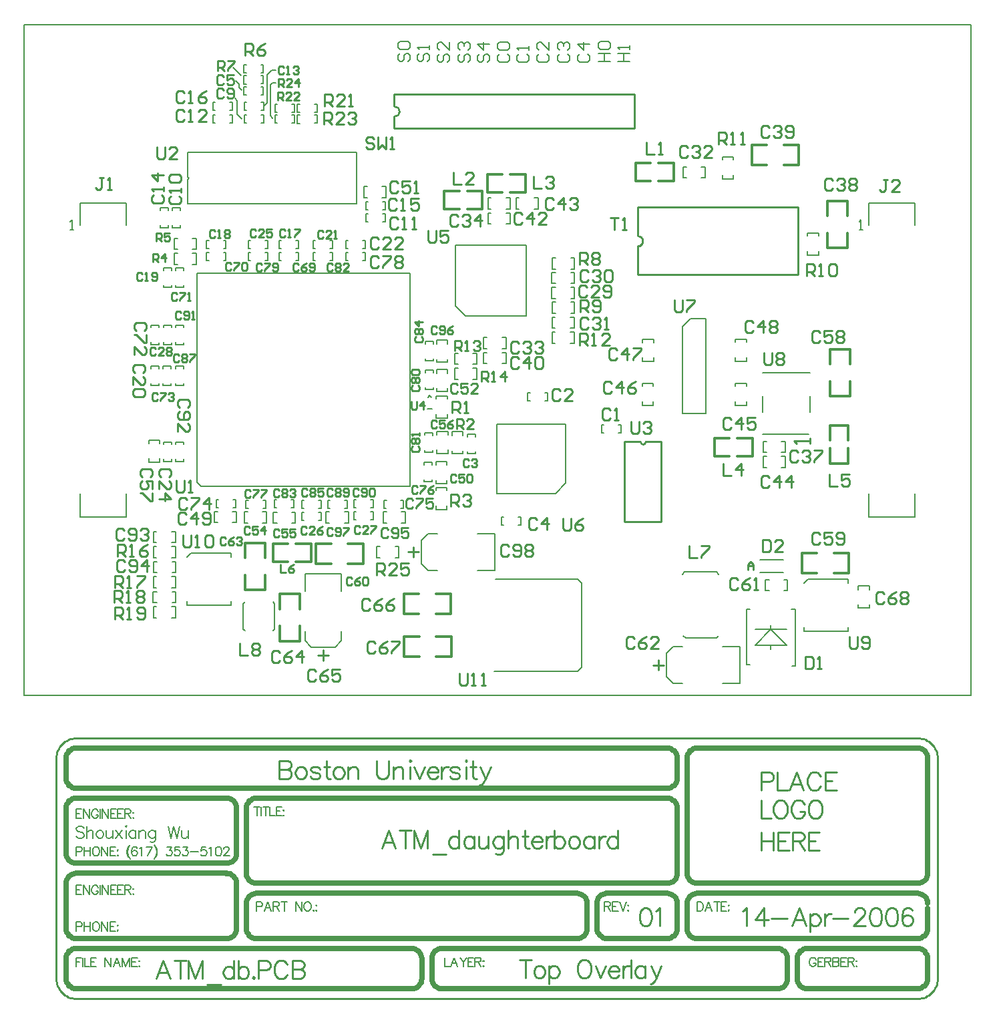
<source format=gto>
%FSLAX24Y24*%
%MOIN*%
G70*
G01*
G75*
%ADD10C,0.0080*%
%ADD11R,0.0400X0.0600*%
%ADD12R,0.0157X0.0787*%
%ADD13O,0.0157X0.0787*%
%ADD14R,0.0413X0.0177*%
%ADD15R,0.1157X0.1409*%
%ADD16R,0.0315X0.0354*%
%ADD17R,0.1500X0.1100*%
%ADD18O,0.0906X0.0118*%
%ADD19C,0.0157*%
%ADD20R,0.0354X0.0315*%
%ADD21R,0.0906X0.0118*%
%ADD22R,0.0787X0.0197*%
%ADD23O,0.0630X0.0197*%
%ADD24O,0.0197X0.0630*%
%ADD25R,0.0600X0.0500*%
%ADD26R,0.0366X0.0291*%
%ADD27R,0.0600X0.0600*%
%ADD28R,0.1004X0.1063*%
%ADD29R,0.1063X0.1004*%
%ADD30O,0.0118X0.0591*%
%ADD31O,0.0591X0.0118*%
%ADD32R,0.0291X0.0366*%
%ADD33R,0.1000X0.0420*%
%ADD34R,0.0213X0.0138*%
%ADD35O,0.0591X0.0118*%
%ADD36R,0.0787X0.0709*%
%ADD37R,0.0500X0.0600*%
%ADD38R,0.0531X0.0256*%
%ADD39R,0.0984X0.2795*%
%ADD40R,0.1201X0.0449*%
%ADD41R,0.0291X0.0366*%
%ADD42R,0.0984X0.2795*%
%ADD43R,0.0990X0.0200*%
%ADD44R,0.0440X0.0960*%
%ADD45R,0.4100X0.4250*%
%ADD46C,0.0100*%
%ADD47C,0.0200*%
%ADD48C,0.0050*%
%ADD49C,0.0060*%
%ADD50C,0.0300*%
%ADD51C,0.0400*%
%ADD52C,0.0051*%
%ADD53C,0.0079*%
%ADD54R,0.2126X0.1142*%
%ADD55R,0.5315X0.2047*%
%ADD56R,0.1559X0.1244*%
%ADD57R,0.0984X0.0437*%
%ADD58R,0.0996X0.0433*%
%ADD59R,0.0543X0.0933*%
%ADD60R,0.3228X0.1142*%
%ADD61R,0.2441X0.1693*%
%ADD62R,0.1142X0.1181*%
%ADD63R,0.1209X0.3386*%
%ADD64R,0.2909X0.4957*%
%ADD65R,0.1177X0.0437*%
%ADD66R,0.3504X0.2795*%
%ADD67C,0.0250*%
%ADD68C,0.0090*%
%ADD69C,0.0500*%
%ADD70C,0.0240*%
%ADD71C,0.0591*%
%ADD72C,0.0472*%
%ADD73C,0.1575*%
%ADD74C,0.0270*%
%ADD75C,0.0240*%
%ADD76C,0.0240*%
%ADD77C,0.0120*%
D10*
X27068Y25824D02*
X27226D01*
Y26376D01*
X27068D02*
X27226D01*
X26123D02*
X26320D01*
X26123Y25824D02*
Y26376D01*
Y25824D02*
X26320D01*
X57969Y24009D02*
X58165D01*
Y21175D02*
Y24009D01*
X58008Y21175D02*
X58165D01*
X55724Y24009D02*
X55921D01*
X55724Y21214D02*
Y24009D01*
Y21214D02*
X55921D01*
X56945Y22986D02*
X57732Y22198D01*
X56157D02*
X56945Y22986D01*
X56157Y22198D02*
X57732D01*
X56157Y22986D02*
X57732D01*
X56945Y22002D02*
Y22198D01*
Y22986D02*
Y23183D01*
X51091Y37303D02*
Y37461D01*
X50539D02*
X51091D01*
X50539Y37303D02*
Y37461D01*
Y36358D02*
Y36555D01*
Y36358D02*
X51091D01*
Y36555D01*
X45130Y44526D02*
X45327D01*
Y43974D02*
Y44526D01*
X45130Y43974D02*
X45327D01*
X44224D02*
X44382D01*
X44224D02*
Y44526D01*
X44382D01*
X43527Y36808D02*
X43724D01*
Y36257D02*
Y36808D01*
X43527Y36257D02*
X43724D01*
X42622D02*
X42779D01*
X42622D02*
Y36808D01*
X42779D01*
X43730Y44526D02*
X43927D01*
Y43974D02*
Y44526D01*
X43730Y43974D02*
X43927D01*
X42824D02*
X42982D01*
X42824D02*
Y44526D01*
X42982D01*
X46024Y37826D02*
X46182D01*
X46024Y37274D02*
Y37826D01*
Y37274D02*
X46182D01*
X46930D02*
X47127D01*
Y37826D01*
X46930D02*
X47127D01*
X56574Y31626D02*
X56732D01*
X56574Y31074D02*
Y31626D01*
Y31074D02*
X56732D01*
X57480D02*
X57677D01*
Y31626D01*
X57480D02*
X57677D01*
X56574Y32376D02*
X56732D01*
X56574Y31824D02*
Y32376D01*
Y31824D02*
X56732D01*
X57480D02*
X57677D01*
Y32376D01*
X57480D02*
X57677D01*
X52574Y46076D02*
X52732D01*
X52574Y45524D02*
Y46076D01*
Y45524D02*
X52732D01*
X53480D02*
X53677D01*
Y46076D01*
X53480D02*
X53677D01*
X46024Y38576D02*
X46182D01*
X46024Y38024D02*
Y38576D01*
Y38024D02*
X46182D01*
X46930D02*
X47127D01*
Y38576D01*
X46930D02*
X47127D01*
X46968Y38774D02*
X47126D01*
Y39326D01*
X46968D02*
X47126D01*
X46023D02*
X46220D01*
X46023Y38774D02*
Y39326D01*
Y38774D02*
X46220D01*
X46968Y40974D02*
X47126D01*
Y41526D01*
X46968D02*
X47126D01*
X46023D02*
X46220D01*
X46023Y40974D02*
Y41526D01*
Y40974D02*
X46220D01*
X46965Y40257D02*
X47123D01*
Y40808D01*
X46965D02*
X47123D01*
X46020D02*
X46217D01*
X46020Y40257D02*
Y40808D01*
Y40257D02*
X46217D01*
X46965Y39507D02*
X47123D01*
Y40058D01*
X46965D02*
X47123D01*
X46020D02*
X46217D01*
X46020Y39507D02*
Y40058D01*
Y39507D02*
X46217D01*
X55726Y34173D02*
Y34370D01*
X55174Y34173D02*
X55726D01*
X55174D02*
Y34370D01*
Y35118D02*
Y35276D01*
X55726D01*
Y35118D02*
Y35276D01*
X51076Y34173D02*
Y34370D01*
X50524Y34173D02*
X51076D01*
X50524D02*
Y34370D01*
Y35118D02*
Y35276D01*
X51076D01*
Y35118D02*
Y35276D01*
X55726Y36373D02*
Y36570D01*
X55174Y36373D02*
X55726D01*
X55174D02*
Y36570D01*
Y37318D02*
Y37476D01*
X55726D01*
Y37318D02*
Y37476D01*
X30080Y28876D02*
X30277D01*
Y28324D02*
Y28876D01*
X30080Y28324D02*
X30277D01*
X29174D02*
X29332D01*
X29174D02*
Y28876D01*
X29332D01*
X40224Y31180D02*
Y31377D01*
X40776D01*
Y31180D02*
Y31377D01*
Y30274D02*
Y30432D01*
X40224Y30274D02*
X40776D01*
X40224D02*
Y30432D01*
X37548Y45096D02*
X37744D01*
Y44545D02*
Y45096D01*
X37548Y44545D02*
X37744D01*
X36642D02*
X36800D01*
X36642D02*
Y45096D01*
X36800D01*
X31576Y28853D02*
X31773D01*
Y28302D02*
Y28853D01*
X31576Y28302D02*
X31773D01*
X30670D02*
X30828D01*
X30670D02*
Y28853D01*
X30828D01*
X32107Y28291D02*
X32304D01*
X32107D02*
Y28843D01*
X32304D01*
X33052D02*
X33210D01*
Y28291D02*
Y28843D01*
X33052Y28291D02*
X33210D01*
X40836Y31765D02*
Y31962D01*
X40285Y31765D02*
X40836D01*
X40285D02*
Y31962D01*
Y32710D02*
Y32867D01*
X40836D01*
Y32710D02*
Y32867D01*
X26455Y31319D02*
Y31515D01*
X25904Y31319D02*
X26455D01*
X25904D02*
Y31515D01*
Y32263D02*
Y32421D01*
X26455D01*
Y32263D02*
Y32421D01*
X61313Y24962D02*
Y25159D01*
X61865D01*
Y24962D02*
Y25159D01*
Y24057D02*
Y24214D01*
X61313Y24057D02*
X61865D01*
X61313D02*
Y24214D01*
X27031Y27876D02*
X27228D01*
Y27324D02*
Y27876D01*
X27031Y27324D02*
X27228D01*
X26126D02*
X26283D01*
X26126D02*
Y27876D01*
X26283D01*
X38516Y28853D02*
X38713D01*
Y28302D02*
Y28853D01*
X38516Y28302D02*
X38713D01*
X37610D02*
X37768D01*
X37610D02*
Y28853D01*
X37768D01*
X40268Y37221D02*
Y37418D01*
X40819D01*
Y37221D02*
Y37418D01*
Y36316D02*
Y36473D01*
X40268Y36316D02*
X40819D01*
X40268D02*
Y36473D01*
X35659Y28863D02*
X35856D01*
Y28312D02*
Y28863D01*
X35659Y28312D02*
X35856D01*
X34753D02*
X34911D01*
X34753D02*
Y28863D01*
X34911D01*
X56421Y25835D02*
X57563D01*
X56421Y26465D02*
X57563D01*
X40789Y33537D02*
Y33734D01*
X40238Y33537D02*
X40789D01*
X40238D02*
Y33734D01*
Y34482D02*
Y34639D01*
X40789D01*
Y34482D02*
Y34639D01*
X41024Y32657D02*
Y32854D01*
X41575D01*
Y32657D02*
Y32854D01*
Y31752D02*
Y31909D01*
X41024Y31752D02*
X41575D01*
X41024D02*
Y31909D01*
X40776Y28973D02*
Y29170D01*
X40224Y28973D02*
X40776D01*
X40224D02*
Y29170D01*
Y29918D02*
Y30076D01*
X40776D01*
Y29918D02*
Y30076D01*
X28080Y41757D02*
X28277D01*
Y41206D02*
Y41757D01*
X28080Y41206D02*
X28277D01*
X27174D02*
X27332D01*
X27174D02*
Y41757D01*
X27332D01*
X28080Y42507D02*
X28277D01*
Y41956D02*
Y42507D01*
X28080Y41956D02*
X28277D01*
X27174D02*
X27332D01*
X27174D02*
Y42507D01*
X27332D01*
X59326Y41673D02*
Y41870D01*
X58774Y41673D02*
X59326D01*
X58774D02*
Y41870D01*
Y42618D02*
Y42776D01*
X59326D01*
Y42618D02*
Y42776D01*
X55076Y45473D02*
Y45670D01*
X54524Y45473D02*
X55076D01*
X54524D02*
Y45670D01*
Y46418D02*
Y46576D01*
X55076D01*
Y46418D02*
Y46576D01*
X42080Y36776D02*
X42277D01*
Y36224D02*
Y36776D01*
X42080Y36224D02*
X42277D01*
X41174D02*
X41332D01*
X41174D02*
Y36776D01*
X41332D01*
X42080Y36026D02*
X42277D01*
Y35474D02*
Y36026D01*
X42080Y35474D02*
X42277D01*
X41174D02*
X41332D01*
X41174D02*
Y36026D01*
X41332D01*
X27030Y27126D02*
X27227D01*
Y26574D02*
Y27126D01*
X27030Y26574D02*
X27227D01*
X26124D02*
X26282D01*
X26124D02*
Y27126D01*
X26282D01*
X27030Y25626D02*
X27227D01*
Y25074D02*
Y25626D01*
X27030Y25074D02*
X27227D01*
X26124D02*
X26282D01*
X26124D02*
Y25626D01*
X26282D01*
X26122Y24324D02*
X26319D01*
X26122D02*
Y24876D01*
X26319D01*
X27067D02*
X27224D01*
Y24324D02*
Y24876D01*
X27067Y24324D02*
X27224D01*
X27030Y24126D02*
X27227D01*
Y23574D02*
Y24126D01*
X27030Y23574D02*
X27227D01*
X26124D02*
X26282D01*
X26124D02*
Y24126D01*
X26282D01*
X56532Y33841D02*
Y34628D01*
X58894Y33841D02*
Y34628D01*
X56532Y35809D02*
X58894D01*
X56532Y32738D02*
X58854D01*
X43730Y43776D02*
X43927D01*
Y43224D02*
Y43776D01*
X43730Y43224D02*
X43927D01*
X42824D02*
X42982D01*
X42824D02*
Y43776D01*
X42982D01*
X42622Y37558D02*
X42779D01*
X42622Y37007D02*
Y37558D01*
Y37007D02*
X42779D01*
X43527D02*
X43724D01*
Y37558D01*
X43527D02*
X43724D01*
X56673Y24924D02*
X56870D01*
X56673D02*
Y25476D01*
X56870D01*
X57618D02*
X57776D01*
Y24924D02*
Y25476D01*
X57618Y24924D02*
X57776D01*
X40271Y34871D02*
Y35029D01*
Y34871D02*
X40822D01*
Y35029D01*
Y35777D02*
Y35974D01*
X40271D02*
X40822D01*
X40271Y35777D02*
Y35974D01*
X38189Y27126D02*
X38386D01*
Y26574D02*
Y27126D01*
X38189Y26574D02*
X38386D01*
X37283D02*
X37441D01*
X37283D02*
Y27126D01*
X37441D01*
X22673Y13077D02*
X22616Y13134D01*
X22530Y13162D01*
X22416D01*
X22330Y13134D01*
X22273Y13077D01*
Y13020D01*
X22302Y12963D01*
X22330Y12934D01*
X22387Y12905D01*
X22559Y12848D01*
X22616Y12820D01*
X22645Y12791D01*
X22673Y12734D01*
Y12648D01*
X22616Y12591D01*
X22530Y12563D01*
X22416D01*
X22330Y12591D01*
X22273Y12648D01*
X22807Y13162D02*
Y12563D01*
Y12848D02*
X22893Y12934D01*
X22950Y12963D01*
X23036D01*
X23093Y12934D01*
X23122Y12848D01*
Y12563D01*
X23422Y12963D02*
X23364Y12934D01*
X23307Y12877D01*
X23279Y12791D01*
Y12734D01*
X23307Y12648D01*
X23364Y12591D01*
X23422Y12563D01*
X23507D01*
X23564Y12591D01*
X23622Y12648D01*
X23650Y12734D01*
Y12791D01*
X23622Y12877D01*
X23564Y12934D01*
X23507Y12963D01*
X23422D01*
X23781D02*
Y12677D01*
X23810Y12591D01*
X23867Y12563D01*
X23953D01*
X24010Y12591D01*
X24096Y12677D01*
Y12963D02*
Y12563D01*
X24253Y12963D02*
X24567Y12563D01*
Y12963D02*
X24253Y12563D01*
X24750Y13162D02*
X24778Y13134D01*
X24807Y13162D01*
X24778Y13191D01*
X24750Y13162D01*
X24778Y12963D02*
Y12563D01*
X25255Y12963D02*
Y12563D01*
Y12877D02*
X25198Y12934D01*
X25141Y12963D01*
X25055D01*
X24998Y12934D01*
X24941Y12877D01*
X24913Y12791D01*
Y12734D01*
X24941Y12648D01*
X24998Y12591D01*
X25055Y12563D01*
X25141D01*
X25198Y12591D01*
X25255Y12648D01*
X25415Y12963D02*
Y12563D01*
Y12848D02*
X25501Y12934D01*
X25558Y12963D01*
X25644D01*
X25701Y12934D01*
X25730Y12848D01*
Y12563D01*
X26230Y12963D02*
Y12505D01*
X26201Y12420D01*
X26172Y12391D01*
X26115Y12363D01*
X26030D01*
X25972Y12391D01*
X26230Y12877D02*
X26172Y12934D01*
X26115Y12963D01*
X26030D01*
X25972Y12934D01*
X25915Y12877D01*
X25887Y12791D01*
Y12734D01*
X25915Y12648D01*
X25972Y12591D01*
X26030Y12563D01*
X26115D01*
X26172Y12591D01*
X26230Y12648D01*
X26861Y13162D02*
X27004Y12563D01*
X27146Y13162D02*
X27004Y12563D01*
X27146Y13162D02*
X27289Y12563D01*
X27432Y13162D02*
X27289Y12563D01*
X27552Y12963D02*
Y12677D01*
X27581Y12591D01*
X27638Y12563D01*
X27723D01*
X27781Y12591D01*
X27866Y12677D01*
Y12963D02*
Y12563D01*
D46*
X50300Y42125D02*
X50396Y42144D01*
X50477Y42198D01*
X50531Y42279D01*
X50550Y42375D01*
X50531Y42471D01*
X50477Y42552D01*
X50396Y42606D01*
X50300Y42625D01*
X50440Y32350D02*
X50477Y32262D01*
X50565Y32225D01*
X50653Y32262D01*
X50690Y32350D01*
X38150Y48595D02*
X38246Y48614D01*
X38327Y48668D01*
X38381Y48749D01*
X38400Y48845D01*
X38381Y48941D01*
X38327Y49022D01*
X38246Y49076D01*
X38150Y49095D01*
X50300Y40700D02*
X58300D01*
Y44050D01*
X50300D02*
X58300D01*
X50300Y42625D02*
Y44050D01*
Y40700D02*
Y42125D01*
X49645Y28350D02*
Y32350D01*
Y28350D02*
X51485D01*
Y32350D01*
X50690D02*
X51485D01*
X49645D02*
X50440D01*
X38150Y47980D02*
X50150D01*
Y49710D01*
X38150D02*
X50150D01*
X38150Y49095D02*
Y49710D01*
Y47980D02*
Y48595D01*
X46109Y44437D02*
X46009Y44537D01*
X45809D01*
X45709Y44437D01*
Y44037D01*
X45809Y43937D01*
X46009D01*
X46109Y44037D01*
X46608Y43937D02*
Y44537D01*
X46308Y44237D01*
X46708D01*
X46908Y44437D02*
X47008Y44537D01*
X47208D01*
X47308Y44437D01*
Y44337D01*
X47208Y44237D01*
X47108D01*
X47208D01*
X47308Y44137D01*
Y44037D01*
X47208Y43937D01*
X47008D01*
X46908Y44037D01*
X45118Y45600D02*
Y45000D01*
X45518D01*
X45718Y45500D02*
X45818Y45600D01*
X46018D01*
X46118Y45500D01*
Y45400D01*
X46018Y45300D01*
X45918D01*
X46018D01*
X46118Y45200D01*
Y45100D01*
X46018Y45000D01*
X45818D01*
X45718Y45100D01*
X26299Y47056D02*
Y46557D01*
X26399Y46457D01*
X26599D01*
X26699Y46557D01*
Y47056D01*
X27299Y46457D02*
X26899D01*
X27299Y46857D01*
Y46957D01*
X27199Y47056D01*
X26999D01*
X26899Y46957D01*
X34685Y49094D02*
Y49694D01*
X34985D01*
X35085Y49594D01*
Y49394D01*
X34985Y49294D01*
X34685D01*
X34885D02*
X35085Y49094D01*
X35685D02*
X35285D01*
X35685Y49494D01*
Y49594D01*
X35585Y49694D01*
X35385D01*
X35285Y49594D01*
X35885Y49094D02*
X36085D01*
X35985D01*
Y49694D01*
X35885Y49594D01*
X32323Y49409D02*
Y49809D01*
X32523D01*
X32589Y49743D01*
Y49609D01*
X32523Y49543D01*
X32323D01*
X32456D02*
X32589Y49409D01*
X32989D02*
X32723D01*
X32989Y49676D01*
Y49743D01*
X32923Y49809D01*
X32789D01*
X32723Y49743D01*
X33389Y49409D02*
X33123D01*
X33389Y49676D01*
Y49743D01*
X33323Y49809D01*
X33189D01*
X33123Y49743D01*
X34646Y48189D02*
Y48789D01*
X34946D01*
X35046Y48689D01*
Y48489D01*
X34946Y48389D01*
X34646D01*
X34846D02*
X35046Y48189D01*
X35645D02*
X35245D01*
X35645Y48589D01*
Y48689D01*
X35545Y48789D01*
X35345D01*
X35245Y48689D01*
X35845D02*
X35945Y48789D01*
X36145D01*
X36245Y48689D01*
Y48589D01*
X36145Y48489D01*
X36045D01*
X36145D01*
X36245Y48389D01*
Y48289D01*
X36145Y48189D01*
X35945D01*
X35845Y48289D01*
X32362Y50079D02*
Y50479D01*
X32562D01*
X32629Y50412D01*
Y50279D01*
X32562Y50212D01*
X32362D01*
X32496D02*
X32629Y50079D01*
X33029D02*
X32762D01*
X33029Y50345D01*
Y50412D01*
X32962Y50479D01*
X32829D01*
X32762Y50412D01*
X33362Y50079D02*
Y50479D01*
X33162Y50279D01*
X33429D01*
X49961Y33356D02*
Y32856D01*
X50061Y32756D01*
X50261D01*
X50360Y32856D01*
Y33356D01*
X50560Y33256D02*
X50660Y33356D01*
X50860D01*
X50960Y33256D01*
Y33156D01*
X50860Y33056D01*
X50760D01*
X50860D01*
X50960Y32956D01*
Y32856D01*
X50860Y32756D01*
X50660D01*
X50560Y32856D01*
X47841Y40815D02*
X47741Y40915D01*
X47541D01*
X47441Y40815D01*
Y40415D01*
X47541Y40315D01*
X47741D01*
X47841Y40415D01*
X48041Y40815D02*
X48141Y40915D01*
X48341D01*
X48441Y40815D01*
Y40715D01*
X48341Y40615D01*
X48241D01*
X48341D01*
X48441Y40515D01*
Y40415D01*
X48341Y40315D01*
X48141D01*
X48041Y40415D01*
X48641Y40815D02*
X48741Y40915D01*
X48940D01*
X49040Y40815D01*
Y40415D01*
X48940Y40315D01*
X48741D01*
X48641Y40415D01*
Y40815D01*
X47762Y40067D02*
X47662Y40167D01*
X47462D01*
X47362Y40067D01*
Y39667D01*
X47462Y39567D01*
X47662D01*
X47762Y39667D01*
X48362Y39567D02*
X47962D01*
X48362Y39967D01*
Y40067D01*
X48262Y40167D01*
X48062D01*
X47962Y40067D01*
X48562Y39667D02*
X48662Y39567D01*
X48862D01*
X48962Y39667D01*
Y40067D01*
X48862Y40167D01*
X48662D01*
X48562Y40067D01*
Y39967D01*
X48662Y39867D01*
X48962D01*
X43864Y27114D02*
X43764Y27214D01*
X43564D01*
X43464Y27114D01*
Y26714D01*
X43564Y26614D01*
X43764D01*
X43864Y26714D01*
X44064D02*
X44164Y26614D01*
X44364D01*
X44464Y26714D01*
Y27114D01*
X44364Y27214D01*
X44164D01*
X44064Y27114D01*
Y27014D01*
X44164Y26914D01*
X44464D01*
X44664Y27114D02*
X44764Y27214D01*
X44964D01*
X45064Y27114D01*
Y27014D01*
X44964Y26914D01*
X45064Y26814D01*
Y26714D01*
X44964Y26614D01*
X44764D01*
X44664Y26714D01*
Y26814D01*
X44764Y26914D01*
X44664Y27014D01*
Y27114D01*
X44764Y26914D02*
X44964D01*
X34238Y20894D02*
X34138Y20994D01*
X33938D01*
X33839Y20894D01*
Y20494D01*
X33938Y20394D01*
X34138D01*
X34238Y20494D01*
X34838Y20994D02*
X34638Y20894D01*
X34438Y20694D01*
Y20494D01*
X34538Y20394D01*
X34738D01*
X34838Y20494D01*
Y20594D01*
X34738Y20694D01*
X34438D01*
X35438Y20994D02*
X35038D01*
Y20694D01*
X35238Y20794D01*
X35338D01*
X35438Y20694D01*
Y20494D01*
X35338Y20394D01*
X35138D01*
X35038Y20494D01*
X48937Y43513D02*
X49337D01*
X49137D01*
Y42913D01*
X49537D02*
X49737D01*
X49637D01*
Y43513D01*
X49537Y43413D01*
X23628Y45521D02*
X23428D01*
X23528D01*
Y45021D01*
X23428Y44921D01*
X23328D01*
X23228Y45021D01*
X23828Y44921D02*
X24028D01*
X23928D01*
Y45521D01*
X23828Y45421D01*
X62762Y45442D02*
X62562D01*
X62662D01*
Y44942D01*
X62562Y44843D01*
X62462D01*
X62362Y44942D01*
X63362Y44843D02*
X62962D01*
X63362Y45242D01*
Y45342D01*
X63262Y45442D01*
X63062D01*
X62962Y45342D01*
X39843Y42883D02*
Y42383D01*
X39942Y42283D01*
X40142D01*
X40242Y42383D01*
Y42883D01*
X40842D02*
X40442D01*
Y42583D01*
X40642Y42683D01*
X40742D01*
X40842Y42583D01*
Y42383D01*
X40742Y42283D01*
X40542D01*
X40442Y42383D01*
X48943Y33925D02*
X48843Y34025D01*
X48643D01*
X48543Y33925D01*
Y33525D01*
X48643Y33425D01*
X48843D01*
X48943Y33525D01*
X49143Y33425D02*
X49343D01*
X49243D01*
Y34025D01*
X49143Y33925D01*
X46423Y34909D02*
X46324Y35009D01*
X46124D01*
X46024Y34909D01*
Y34509D01*
X46124Y34409D01*
X46324D01*
X46423Y34509D01*
X47023Y34409D02*
X46623D01*
X47023Y34809D01*
Y34909D01*
X46923Y35009D01*
X46723D01*
X46623Y34909D01*
X41881Y31436D02*
X41814Y31502D01*
X41681D01*
X41614Y31436D01*
Y31169D01*
X41681Y31102D01*
X41814D01*
X41881Y31169D01*
X42014Y31436D02*
X42081Y31502D01*
X42214D01*
X42281Y31436D01*
Y31369D01*
X42214Y31302D01*
X42147D01*
X42214D01*
X42281Y31236D01*
Y31169D01*
X42214Y31102D01*
X42081D01*
X42014Y31169D01*
X45282Y28453D02*
X45182Y28553D01*
X44982D01*
X44882Y28453D01*
Y28053D01*
X44982Y27953D01*
X45182D01*
X45282Y28053D01*
X45782Y27953D02*
Y28553D01*
X45482Y28253D01*
X45881D01*
X29625Y50574D02*
X29541Y50657D01*
X29375D01*
X29291Y50574D01*
Y50241D01*
X29375Y50157D01*
X29541D01*
X29625Y50241D01*
X30124Y50657D02*
X29791D01*
Y50407D01*
X29958Y50491D01*
X30041D01*
X30124Y50407D01*
Y50241D01*
X30041Y50157D01*
X29874D01*
X29791Y50241D01*
X29625Y49905D02*
X29541Y49988D01*
X29375D01*
X29291Y49905D01*
Y49571D01*
X29375Y49488D01*
X29541D01*
X29625Y49571D01*
X29791D02*
X29874Y49488D01*
X30041D01*
X30124Y49571D01*
Y49905D01*
X30041Y49988D01*
X29874D01*
X29791Y49905D01*
Y49821D01*
X29874Y49738D01*
X30124D01*
X27020Y44612D02*
X26920Y44513D01*
Y44313D01*
X27020Y44213D01*
X27420D01*
X27520Y44313D01*
Y44513D01*
X27420Y44612D01*
X27520Y44812D02*
Y45012D01*
Y44912D01*
X26920D01*
X27020Y44812D01*
Y45312D02*
X26920Y45412D01*
Y45612D01*
X27020Y45712D01*
X27420D01*
X27520Y45612D01*
Y45412D01*
X27420Y45312D01*
X27020D01*
X38353Y43453D02*
X38253Y43553D01*
X38053D01*
X37953Y43453D01*
Y43053D01*
X38053Y42953D01*
X38253D01*
X38353Y43053D01*
X38553Y42953D02*
X38753D01*
X38653D01*
Y43553D01*
X38553Y43453D01*
X39052Y42953D02*
X39252D01*
X39152D01*
Y43553D01*
X39052Y43453D01*
X27683Y48846D02*
X27583Y48946D01*
X27383D01*
X27283Y48846D01*
Y48446D01*
X27383Y48346D01*
X27583D01*
X27683Y48446D01*
X27883Y48346D02*
X28083D01*
X27983D01*
Y48946D01*
X27883Y48846D01*
X28783Y48346D02*
X28383D01*
X28783Y48746D01*
Y48846D01*
X28683Y48946D01*
X28483D01*
X28383Y48846D01*
X32629Y51042D02*
X32562Y51109D01*
X32429D01*
X32362Y51042D01*
Y50775D01*
X32429Y50709D01*
X32562D01*
X32629Y50775D01*
X32762Y50709D02*
X32895D01*
X32829D01*
Y51109D01*
X32762Y51042D01*
X33095D02*
X33162Y51109D01*
X33295D01*
X33362Y51042D01*
Y50975D01*
X33295Y50909D01*
X33229D01*
X33295D01*
X33362Y50842D01*
Y50775D01*
X33295Y50709D01*
X33162D01*
X33095Y50775D01*
X26154Y44652D02*
X26054Y44552D01*
Y44352D01*
X26154Y44252D01*
X26554D01*
X26654Y44352D01*
Y44552D01*
X26554Y44652D01*
X26654Y44852D02*
Y45052D01*
Y44952D01*
X26054D01*
X26154Y44852D01*
X26654Y45652D02*
X26054D01*
X26354Y45352D01*
Y45751D01*
X38274Y44397D02*
X38174Y44497D01*
X37974D01*
X37874Y44397D01*
Y43998D01*
X37974Y43898D01*
X38174D01*
X38274Y43998D01*
X38474Y43898D02*
X38674D01*
X38574D01*
Y44497D01*
X38474Y44397D01*
X39374Y44497D02*
X38974D01*
Y44198D01*
X39174Y44298D01*
X39274D01*
X39374Y44198D01*
Y43998D01*
X39274Y43898D01*
X39074D01*
X38974Y43998D01*
X27683Y49752D02*
X27583Y49852D01*
X27383D01*
X27283Y49752D01*
Y49352D01*
X27383Y49252D01*
X27583D01*
X27683Y49352D01*
X27883Y49252D02*
X28083D01*
X27983D01*
Y49852D01*
X27883Y49752D01*
X28783Y49852D02*
X28583Y49752D01*
X28383Y49552D01*
Y49352D01*
X28483Y49252D01*
X28683D01*
X28783Y49352D01*
Y49452D01*
X28683Y49552D01*
X28383D01*
X32708Y42892D02*
X32641Y42959D01*
X32508D01*
X32441Y42892D01*
Y42626D01*
X32508Y42559D01*
X32641D01*
X32708Y42626D01*
X32841Y42559D02*
X32974D01*
X32907D01*
Y42959D01*
X32841Y42892D01*
X33174Y42959D02*
X33441D01*
Y42892D01*
X33174Y42626D01*
Y42559D01*
X29204Y42853D02*
X29137Y42920D01*
X29004D01*
X28937Y42853D01*
Y42586D01*
X29004Y42520D01*
X29137D01*
X29204Y42586D01*
X29337Y42520D02*
X29470D01*
X29404D01*
Y42920D01*
X29337Y42853D01*
X29670D02*
X29737Y42920D01*
X29870D01*
X29937Y42853D01*
Y42786D01*
X29870Y42720D01*
X29937Y42653D01*
Y42586D01*
X29870Y42520D01*
X29737D01*
X29670Y42586D01*
Y42653D01*
X29737Y42720D01*
X29670Y42786D01*
Y42853D01*
X29737Y42720D02*
X29870D01*
X25582Y40727D02*
X25515Y40794D01*
X25382D01*
X25315Y40727D01*
Y40460D01*
X25382Y40394D01*
X25515D01*
X25582Y40460D01*
X25715Y40394D02*
X25848D01*
X25781D01*
Y40794D01*
X25715Y40727D01*
X26048Y40460D02*
X26115Y40394D01*
X26248D01*
X26315Y40460D01*
Y40727D01*
X26248Y40794D01*
X26115D01*
X26048Y40727D01*
Y40660D01*
X26115Y40594D01*
X26315D01*
X25618Y35781D02*
X25718Y35881D01*
Y36081D01*
X25618Y36181D01*
X25218D01*
X25118Y36081D01*
Y35881D01*
X25218Y35781D01*
X25118Y35181D02*
Y35581D01*
X25518Y35181D01*
X25618D01*
X25718Y35281D01*
Y35481D01*
X25618Y35581D01*
Y34981D02*
X25718Y34882D01*
Y34682D01*
X25618Y34582D01*
X25218D01*
X25118Y34682D01*
Y34882D01*
X25218Y34981D01*
X25618D01*
X34597Y42814D02*
X34531Y42880D01*
X34397D01*
X34331Y42814D01*
Y42547D01*
X34397Y42480D01*
X34531D01*
X34597Y42547D01*
X34997Y42480D02*
X34731D01*
X34997Y42747D01*
Y42814D01*
X34931Y42880D01*
X34797D01*
X34731Y42814D01*
X35130Y42480D02*
X35264D01*
X35197D01*
Y42880D01*
X35130Y42814D01*
X37368Y42468D02*
X37268Y42568D01*
X37068D01*
X36969Y42468D01*
Y42068D01*
X37068Y41968D01*
X37268D01*
X37368Y42068D01*
X37968Y41968D02*
X37568D01*
X37968Y42368D01*
Y42468D01*
X37868Y42568D01*
X37668D01*
X37568Y42468D01*
X38568Y41968D02*
X38168D01*
X38568Y42368D01*
Y42468D01*
X38468Y42568D01*
X38268D01*
X38168Y42468D01*
X26917Y30584D02*
X27017Y30684D01*
Y30884D01*
X26917Y30984D01*
X26517D01*
X26417Y30884D01*
Y30684D01*
X26517Y30584D01*
X26417Y29985D02*
Y30384D01*
X26817Y29985D01*
X26917D01*
X27017Y30085D01*
Y30284D01*
X26917Y30384D01*
X26417Y29485D02*
X27017D01*
X26717Y29785D01*
Y29385D01*
X31251Y42892D02*
X31184Y42959D01*
X31051D01*
X30984Y42892D01*
Y42626D01*
X31051Y42559D01*
X31184D01*
X31251Y42626D01*
X31651Y42559D02*
X31384D01*
X31651Y42826D01*
Y42892D01*
X31584Y42959D01*
X31451D01*
X31384Y42892D01*
X32051Y42959D02*
X31784D01*
Y42759D01*
X31917Y42826D01*
X31984D01*
X32051Y42759D01*
Y42626D01*
X31984Y42559D01*
X31851D01*
X31784Y42626D01*
X33771Y28050D02*
X33704Y28116D01*
X33571D01*
X33504Y28050D01*
Y27783D01*
X33571Y27717D01*
X33704D01*
X33771Y27783D01*
X34170Y27717D02*
X33904D01*
X34170Y27983D01*
Y28050D01*
X34104Y28116D01*
X33970D01*
X33904Y28050D01*
X34570Y28116D02*
X34437Y28050D01*
X34304Y27916D01*
Y27783D01*
X34370Y27717D01*
X34504D01*
X34570Y27783D01*
Y27850D01*
X34504Y27916D01*
X34304D01*
X36448Y28089D02*
X36381Y28156D01*
X36248D01*
X36181Y28089D01*
Y27823D01*
X36248Y27756D01*
X36381D01*
X36448Y27823D01*
X36848Y27756D02*
X36581D01*
X36848Y28022D01*
Y28089D01*
X36781Y28156D01*
X36648D01*
X36581Y28089D01*
X36981Y28156D02*
X37247D01*
Y28089D01*
X36981Y27823D01*
Y27756D01*
X26251Y36987D02*
X26184Y37053D01*
X26051D01*
X25984Y36987D01*
Y36720D01*
X26051Y36654D01*
X26184D01*
X26251Y36720D01*
X26651Y36654D02*
X26384D01*
X26651Y36920D01*
Y36987D01*
X26584Y37053D01*
X26451D01*
X26384Y36987D01*
X26784D02*
X26851Y37053D01*
X26984D01*
X27051Y36987D01*
Y36920D01*
X26984Y36853D01*
X27051Y36787D01*
Y36720D01*
X26984Y36654D01*
X26851D01*
X26784Y36720D01*
Y36787D01*
X26851Y36853D01*
X26784Y36920D01*
Y36987D01*
X26851Y36853D02*
X26984D01*
X47841Y38453D02*
X47741Y38553D01*
X47541D01*
X47441Y38453D01*
Y38053D01*
X47541Y37953D01*
X47741D01*
X47841Y38053D01*
X48041Y38453D02*
X48141Y38553D01*
X48341D01*
X48441Y38453D01*
Y38353D01*
X48341Y38253D01*
X48241D01*
X48341D01*
X48441Y38153D01*
Y38053D01*
X48341Y37953D01*
X48141D01*
X48041Y38053D01*
X48641Y37953D02*
X48840D01*
X48741D01*
Y38553D01*
X48641Y38453D01*
X52801Y47035D02*
X52701Y47135D01*
X52502D01*
X52402Y47035D01*
Y46635D01*
X52502Y46535D01*
X52701D01*
X52801Y46635D01*
X53001Y47035D02*
X53101Y47135D01*
X53301D01*
X53401Y47035D01*
Y46935D01*
X53301Y46835D01*
X53201D01*
X53301D01*
X53401Y46735D01*
Y46635D01*
X53301Y46535D01*
X53101D01*
X53001Y46635D01*
X54001Y46535D02*
X53601D01*
X54001Y46935D01*
Y47035D01*
X53901Y47135D01*
X53701D01*
X53601Y47035D01*
X44376Y37271D02*
X44276Y37371D01*
X44076D01*
X43976Y37271D01*
Y36872D01*
X44076Y36772D01*
X44276D01*
X44376Y36872D01*
X44576Y37271D02*
X44676Y37371D01*
X44876D01*
X44976Y37271D01*
Y37172D01*
X44876Y37072D01*
X44776D01*
X44876D01*
X44976Y36972D01*
Y36872D01*
X44876Y36772D01*
X44676D01*
X44576Y36872D01*
X45176Y37271D02*
X45276Y37371D01*
X45476D01*
X45576Y37271D01*
Y37172D01*
X45476Y37072D01*
X45376D01*
X45476D01*
X45576Y36972D01*
Y36872D01*
X45476Y36772D01*
X45276D01*
X45176Y36872D01*
X41345Y43610D02*
X41245Y43710D01*
X41045D01*
X40945Y43610D01*
Y43210D01*
X41045Y43110D01*
X41245D01*
X41345Y43210D01*
X41545Y43610D02*
X41645Y43710D01*
X41845D01*
X41945Y43610D01*
Y43510D01*
X41845Y43410D01*
X41745D01*
X41845D01*
X41945Y43310D01*
Y43210D01*
X41845Y43110D01*
X41645D01*
X41545Y43210D01*
X42444Y43110D02*
Y43710D01*
X42144Y43410D01*
X42544D01*
X58313Y31838D02*
X58213Y31938D01*
X58013D01*
X57913Y31838D01*
Y31439D01*
X58013Y31339D01*
X58213D01*
X58313Y31439D01*
X58513Y31838D02*
X58613Y31938D01*
X58813D01*
X58913Y31838D01*
Y31738D01*
X58813Y31638D01*
X58713D01*
X58813D01*
X58913Y31539D01*
Y31439D01*
X58813Y31339D01*
X58613D01*
X58513Y31439D01*
X59113Y31938D02*
X59513D01*
Y31838D01*
X59113Y31439D01*
Y31339D01*
X60024Y45380D02*
X59924Y45480D01*
X59724D01*
X59624Y45380D01*
Y44980D01*
X59724Y44880D01*
X59924D01*
X60024Y44980D01*
X60224Y45380D02*
X60324Y45480D01*
X60524D01*
X60624Y45380D01*
Y45280D01*
X60524Y45180D01*
X60424D01*
X60524D01*
X60624Y45080D01*
Y44980D01*
X60524Y44880D01*
X60324D01*
X60224Y44980D01*
X60824Y45380D02*
X60924Y45480D01*
X61124D01*
X61224Y45380D01*
Y45280D01*
X61124Y45180D01*
X61224Y45080D01*
Y44980D01*
X61124Y44880D01*
X60924D01*
X60824Y44980D01*
Y45080D01*
X60924Y45180D01*
X60824Y45280D01*
Y45380D01*
X60924Y45180D02*
X61124D01*
X56875Y48027D02*
X56775Y48127D01*
X56575D01*
X56475Y48027D01*
Y47627D01*
X56575Y47527D01*
X56775D01*
X56875Y47627D01*
X57075Y48027D02*
X57175Y48127D01*
X57375D01*
X57474Y48027D01*
Y47927D01*
X57375Y47827D01*
X57275D01*
X57375D01*
X57474Y47727D01*
Y47627D01*
X57375Y47527D01*
X57175D01*
X57075Y47627D01*
X57674D02*
X57774Y47527D01*
X57974D01*
X58074Y47627D01*
Y48027D01*
X57974Y48127D01*
X57774D01*
X57674Y48027D01*
Y47927D01*
X57774Y47827D01*
X58074D01*
X44534Y43689D02*
X44434Y43789D01*
X44234D01*
X44134Y43689D01*
Y43289D01*
X44234Y43189D01*
X44434D01*
X44534Y43289D01*
X45034Y43189D02*
Y43789D01*
X44734Y43489D01*
X45134D01*
X45733Y43189D02*
X45333D01*
X45733Y43589D01*
Y43689D01*
X45633Y43789D01*
X45433D01*
X45333Y43689D01*
X44376Y36484D02*
X44276Y36584D01*
X44076D01*
X43976Y36484D01*
Y36084D01*
X44076Y35984D01*
X44276D01*
X44376Y36084D01*
X44876Y35984D02*
Y36584D01*
X44576Y36284D01*
X44976D01*
X45176Y36484D02*
X45276Y36584D01*
X45476D01*
X45576Y36484D01*
Y36084D01*
X45476Y35984D01*
X45276D01*
X45176Y36084D01*
Y36484D01*
X56857Y30579D02*
X56757Y30679D01*
X56557D01*
X56457Y30579D01*
Y30179D01*
X56557Y30079D01*
X56757D01*
X56857Y30179D01*
X57356Y30079D02*
Y30679D01*
X57056Y30379D01*
X57456D01*
X57956Y30079D02*
Y30679D01*
X57656Y30379D01*
X58056D01*
X54967Y33453D02*
X54867Y33553D01*
X54667D01*
X54567Y33453D01*
Y33053D01*
X54667Y32953D01*
X54867D01*
X54967Y33053D01*
X55467Y32953D02*
Y33553D01*
X55167Y33253D01*
X55567D01*
X56166Y33553D02*
X55767D01*
Y33253D01*
X55966Y33353D01*
X56066D01*
X56166Y33253D01*
Y33053D01*
X56066Y32953D01*
X55867D01*
X55767Y33053D01*
X49022Y35264D02*
X48922Y35364D01*
X48722D01*
X48622Y35264D01*
Y34864D01*
X48722Y34764D01*
X48922D01*
X49022Y34864D01*
X49522Y34764D02*
Y35364D01*
X49222Y35064D01*
X49622D01*
X50222Y35364D02*
X50022Y35264D01*
X49822Y35064D01*
Y34864D01*
X49922Y34764D01*
X50122D01*
X50222Y34864D01*
Y34964D01*
X50122Y35064D01*
X49822D01*
X49258Y36917D02*
X49158Y37017D01*
X48958D01*
X48858Y36917D01*
Y36517D01*
X48958Y36417D01*
X49158D01*
X49258Y36517D01*
X49758Y36417D02*
Y37017D01*
X49458Y36717D01*
X49858D01*
X50058Y37017D02*
X50458D01*
Y36917D01*
X50058Y36517D01*
Y36417D01*
X56069Y38295D02*
X55969Y38395D01*
X55769D01*
X55669Y38295D01*
Y37895D01*
X55769Y37795D01*
X55969D01*
X56069Y37895D01*
X56569Y37795D02*
Y38395D01*
X56269Y38095D01*
X56669D01*
X56869Y38295D02*
X56969Y38395D01*
X57169D01*
X57269Y38295D01*
Y38195D01*
X57169Y38095D01*
X57269Y37995D01*
Y37895D01*
X57169Y37795D01*
X56969D01*
X56869Y37895D01*
Y37995D01*
X56969Y38095D01*
X56869Y38195D01*
Y38295D01*
X56969Y38095D02*
X57169D01*
X27762Y28728D02*
X27662Y28828D01*
X27462D01*
X27362Y28728D01*
Y28328D01*
X27462Y28228D01*
X27662D01*
X27762Y28328D01*
X28262Y28228D02*
Y28828D01*
X27962Y28528D01*
X28362D01*
X28562Y28328D02*
X28662Y28228D01*
X28862D01*
X28962Y28328D01*
Y28728D01*
X28862Y28828D01*
X28662D01*
X28562Y28728D01*
Y28628D01*
X28662Y28528D01*
X28962D01*
X41251Y30648D02*
X41184Y30715D01*
X41051D01*
X40984Y30648D01*
Y30382D01*
X41051Y30315D01*
X41184D01*
X41251Y30382D01*
X41651Y30715D02*
X41384D01*
Y30515D01*
X41517Y30582D01*
X41584D01*
X41651Y30515D01*
Y30382D01*
X41584Y30315D01*
X41451D01*
X41384Y30382D01*
X41784Y30648D02*
X41851Y30715D01*
X41984D01*
X42051Y30648D01*
Y30382D01*
X41984Y30315D01*
X41851D01*
X41784Y30382D01*
Y30648D01*
X38353Y45264D02*
X38253Y45364D01*
X38053D01*
X37953Y45264D01*
Y44864D01*
X38053Y44764D01*
X38253D01*
X38353Y44864D01*
X38952Y45364D02*
X38553D01*
Y45064D01*
X38753Y45164D01*
X38852D01*
X38952Y45064D01*
Y44864D01*
X38852Y44764D01*
X38653D01*
X38553Y44864D01*
X39152Y44764D02*
X39352D01*
X39252D01*
Y45364D01*
X39152Y45264D01*
X41317Y35180D02*
X41234Y35264D01*
X41068D01*
X40984Y35180D01*
Y34847D01*
X41068Y34764D01*
X41234D01*
X41317Y34847D01*
X41817Y35264D02*
X41484D01*
Y35014D01*
X41651Y35097D01*
X41734D01*
X41817Y35014D01*
Y34847D01*
X41734Y34764D01*
X41567D01*
X41484Y34847D01*
X42317Y34764D02*
X41984D01*
X42317Y35097D01*
Y35180D01*
X42234Y35264D01*
X42067D01*
X41984Y35180D01*
X30936Y28050D02*
X30869Y28116D01*
X30736D01*
X30669Y28050D01*
Y27783D01*
X30736Y27717D01*
X30869D01*
X30936Y27783D01*
X31336Y28116D02*
X31069D01*
Y27916D01*
X31202Y27983D01*
X31269D01*
X31336Y27916D01*
Y27783D01*
X31269Y27717D01*
X31136D01*
X31069Y27783D01*
X31669Y27717D02*
Y28116D01*
X31469Y27916D01*
X31736D01*
X32393Y27932D02*
X32326Y27998D01*
X32193D01*
X32126Y27932D01*
Y27665D01*
X32193Y27598D01*
X32326D01*
X32393Y27665D01*
X32792Y27998D02*
X32526D01*
Y27798D01*
X32659Y27865D01*
X32726D01*
X32792Y27798D01*
Y27665D01*
X32726Y27598D01*
X32592D01*
X32526Y27665D01*
X33192Y27998D02*
X32926D01*
Y27798D01*
X33059Y27865D01*
X33126D01*
X33192Y27798D01*
Y27665D01*
X33126Y27598D01*
X32992D01*
X32926Y27665D01*
X40267Y33365D02*
X40200Y33431D01*
X40067D01*
X40000Y33365D01*
Y33098D01*
X40067Y33031D01*
X40200D01*
X40267Y33098D01*
X40666Y33431D02*
X40400D01*
Y33231D01*
X40533Y33298D01*
X40600D01*
X40666Y33231D01*
Y33098D01*
X40600Y33031D01*
X40467D01*
X40400Y33098D01*
X41066Y33431D02*
X40933Y33365D01*
X40800Y33231D01*
Y33098D01*
X40866Y33031D01*
X41000D01*
X41066Y33098D01*
Y33165D01*
X41000Y33231D01*
X40800D01*
X25972Y30584D02*
X26072Y30684D01*
Y30884D01*
X25972Y30984D01*
X25572D01*
X25472Y30884D01*
Y30684D01*
X25572Y30584D01*
X26072Y29985D02*
Y30384D01*
X25772D01*
X25872Y30185D01*
Y30085D01*
X25772Y29985D01*
X25572D01*
X25472Y30085D01*
Y30284D01*
X25572Y30384D01*
X26072Y29785D02*
Y29385D01*
X25972D01*
X25572Y29785D01*
X25472D01*
X59416Y37783D02*
X59316Y37883D01*
X59116D01*
X59016Y37783D01*
Y37383D01*
X59116Y37283D01*
X59316D01*
X59416Y37383D01*
X60015Y37883D02*
X59616D01*
Y37583D01*
X59815Y37683D01*
X59915D01*
X60015Y37583D01*
Y37383D01*
X59915Y37283D01*
X59716D01*
X59616Y37383D01*
X60215Y37783D02*
X60315Y37883D01*
X60515D01*
X60615Y37783D01*
Y37683D01*
X60515Y37583D01*
X60615Y37483D01*
Y37383D01*
X60515Y37283D01*
X60315D01*
X60215Y37383D01*
Y37483D01*
X60315Y37583D01*
X60215Y37683D01*
Y37783D01*
X60315Y37583D02*
X60515D01*
X59400Y27744D02*
X59300Y27844D01*
X59100D01*
X59000Y27744D01*
Y27344D01*
X59100Y27244D01*
X59300D01*
X59400Y27344D01*
X60000Y27844D02*
X59600D01*
Y27544D01*
X59800Y27644D01*
X59900D01*
X60000Y27544D01*
Y27344D01*
X59900Y27244D01*
X59700D01*
X59600Y27344D01*
X60200D02*
X60300Y27244D01*
X60500D01*
X60599Y27344D01*
Y27744D01*
X60500Y27844D01*
X60300D01*
X60200Y27744D01*
Y27644D01*
X60300Y27544D01*
X60599D01*
X36054Y25530D02*
X35987Y25597D01*
X35854D01*
X35787Y25530D01*
Y25263D01*
X35854Y25197D01*
X35987D01*
X36054Y25263D01*
X36454Y25597D02*
X36321Y25530D01*
X36187Y25397D01*
Y25263D01*
X36254Y25197D01*
X36387D01*
X36454Y25263D01*
Y25330D01*
X36387Y25397D01*
X36187D01*
X36587Y25530D02*
X36654Y25597D01*
X36787D01*
X36854Y25530D01*
Y25263D01*
X36787Y25197D01*
X36654D01*
X36587Y25263D01*
Y25530D01*
X55321Y25460D02*
X55221Y25560D01*
X55021D01*
X54921Y25460D01*
Y25061D01*
X55021Y24961D01*
X55221D01*
X55321Y25061D01*
X55921Y25560D02*
X55721Y25460D01*
X55521Y25261D01*
Y25061D01*
X55621Y24961D01*
X55821D01*
X55921Y25061D01*
Y25161D01*
X55821Y25261D01*
X55521D01*
X56121Y24961D02*
X56321D01*
X56221D01*
Y25560D01*
X56121Y25460D01*
X50124Y22527D02*
X50024Y22627D01*
X49824D01*
X49724Y22527D01*
Y22127D01*
X49824Y22028D01*
X50024D01*
X50124Y22127D01*
X50724Y22627D02*
X50524Y22527D01*
X50324Y22327D01*
Y22127D01*
X50424Y22028D01*
X50624D01*
X50724Y22127D01*
Y22227D01*
X50624Y22327D01*
X50324D01*
X51324Y22028D02*
X50924D01*
X51324Y22427D01*
Y22527D01*
X51224Y22627D01*
X51024D01*
X50924Y22527D01*
X29755Y27538D02*
X29688Y27605D01*
X29555D01*
X29488Y27538D01*
Y27271D01*
X29555Y27205D01*
X29688D01*
X29755Y27271D01*
X30155Y27605D02*
X30021Y27538D01*
X29888Y27405D01*
Y27271D01*
X29955Y27205D01*
X30088D01*
X30155Y27271D01*
Y27338D01*
X30088Y27405D01*
X29888D01*
X30288Y27538D02*
X30355Y27605D01*
X30488D01*
X30555Y27538D01*
Y27471D01*
X30488Y27405D01*
X30421D01*
X30488D01*
X30555Y27338D01*
Y27271D01*
X30488Y27205D01*
X30355D01*
X30288Y27271D01*
X32447Y21819D02*
X32347Y21919D01*
X32147D01*
X32047Y21819D01*
Y21419D01*
X32147Y21319D01*
X32347D01*
X32447Y21419D01*
X33047Y21919D02*
X32847Y21819D01*
X32647Y21619D01*
Y21419D01*
X32747Y21319D01*
X32947D01*
X33047Y21419D01*
Y21519D01*
X32947Y21619D01*
X32647D01*
X33547Y21319D02*
Y21919D01*
X33247Y21619D01*
X33647D01*
X36955Y24437D02*
X36855Y24537D01*
X36655D01*
X36555Y24437D01*
Y24037D01*
X36655Y23937D01*
X36855D01*
X36955Y24037D01*
X37555Y24537D02*
X37355Y24437D01*
X37155Y24237D01*
Y24037D01*
X37255Y23937D01*
X37455D01*
X37555Y24037D01*
Y24137D01*
X37455Y24237D01*
X37155D01*
X38155Y24537D02*
X37955Y24437D01*
X37755Y24237D01*
Y24037D01*
X37855Y23937D01*
X38055D01*
X38155Y24037D01*
Y24137D01*
X38055Y24237D01*
X37755D01*
X37191Y22311D02*
X37091Y22411D01*
X36891D01*
X36791Y22311D01*
Y21911D01*
X36891Y21811D01*
X37091D01*
X37191Y21911D01*
X37791Y22411D02*
X37591Y22311D01*
X37391Y22111D01*
Y21911D01*
X37491Y21811D01*
X37691D01*
X37791Y21911D01*
Y22011D01*
X37691Y22111D01*
X37391D01*
X37991Y22411D02*
X38391D01*
Y22311D01*
X37991Y21911D01*
Y21811D01*
X62605Y24771D02*
X62505Y24871D01*
X62305D01*
X62205Y24771D01*
Y24372D01*
X62305Y24272D01*
X62505D01*
X62605Y24372D01*
X63204Y24871D02*
X63004Y24771D01*
X62805Y24572D01*
Y24372D01*
X62905Y24272D01*
X63104D01*
X63204Y24372D01*
Y24472D01*
X63104Y24572D01*
X62805D01*
X63404Y24771D02*
X63504Y24871D01*
X63704D01*
X63804Y24771D01*
Y24671D01*
X63704Y24572D01*
X63804Y24472D01*
Y24372D01*
X63704Y24272D01*
X63504D01*
X63404Y24372D01*
Y24472D01*
X63504Y24572D01*
X63404Y24671D01*
Y24771D01*
X63504Y24572D02*
X63704D01*
X33377Y41199D02*
X33310Y41266D01*
X33177D01*
X33110Y41199D01*
Y40933D01*
X33177Y40866D01*
X33310D01*
X33377Y40933D01*
X33777Y41266D02*
X33643Y41199D01*
X33510Y41066D01*
Y40933D01*
X33577Y40866D01*
X33710D01*
X33777Y40933D01*
Y40999D01*
X33710Y41066D01*
X33510D01*
X33910Y40933D02*
X33977Y40866D01*
X34110D01*
X34177Y40933D01*
Y41199D01*
X34110Y41266D01*
X33977D01*
X33910Y41199D01*
Y41133D01*
X33977Y41066D01*
X34177D01*
X29991Y41239D02*
X29924Y41305D01*
X29791D01*
X29724Y41239D01*
Y40972D01*
X29791Y40906D01*
X29924D01*
X29991Y40972D01*
X30124Y41305D02*
X30391D01*
Y41239D01*
X30124Y40972D01*
Y40906D01*
X30524Y41239D02*
X30591Y41305D01*
X30724D01*
X30791Y41239D01*
Y40972D01*
X30724Y40906D01*
X30591D01*
X30524Y40972D01*
Y41239D01*
X27314Y39743D02*
X27247Y39809D01*
X27114D01*
X27047Y39743D01*
Y39476D01*
X27114Y39409D01*
X27247D01*
X27314Y39476D01*
X27447Y39809D02*
X27714D01*
Y39743D01*
X27447Y39476D01*
Y39409D01*
X27847D02*
X27980D01*
X27914D01*
Y39809D01*
X27847Y39743D01*
X25657Y37907D02*
X25757Y38007D01*
Y38207D01*
X25657Y38307D01*
X25257D01*
X25157Y38207D01*
Y38007D01*
X25257Y37907D01*
X25757Y37707D02*
Y37307D01*
X25657D01*
X25257Y37707D01*
X25157D01*
Y36708D02*
Y37107D01*
X25557Y36708D01*
X25657D01*
X25757Y36808D01*
Y37008D01*
X25657Y37107D01*
X26330Y34743D02*
X26263Y34809D01*
X26130D01*
X26063Y34743D01*
Y34476D01*
X26130Y34409D01*
X26263D01*
X26330Y34476D01*
X26463Y34809D02*
X26729D01*
Y34743D01*
X26463Y34476D01*
Y34409D01*
X26863Y34743D02*
X26929Y34809D01*
X27063D01*
X27129Y34743D01*
Y34676D01*
X27063Y34609D01*
X26996D01*
X27063D01*
X27129Y34543D01*
Y34476D01*
X27063Y34409D01*
X26929D01*
X26863Y34476D01*
X27801Y29476D02*
X27701Y29576D01*
X27502D01*
X27402Y29476D01*
Y29076D01*
X27502Y28976D01*
X27701D01*
X27801Y29076D01*
X28001Y29576D02*
X28401D01*
Y29476D01*
X28001Y29076D01*
Y28976D01*
X28901D02*
Y29576D01*
X28601Y29276D01*
X29001D01*
X39073Y29432D02*
X38990Y29516D01*
X38823D01*
X38740Y29432D01*
Y29099D01*
X38823Y29016D01*
X38990D01*
X39073Y29099D01*
X39240Y29516D02*
X39573D01*
Y29432D01*
X39240Y29099D01*
Y29016D01*
X40073Y29516D02*
X39740D01*
Y29266D01*
X39906Y29349D01*
X39990D01*
X40073Y29266D01*
Y29099D01*
X39990Y29016D01*
X39823D01*
X39740Y29099D01*
X39322Y30097D02*
X39255Y30164D01*
X39122D01*
X39055Y30097D01*
Y29830D01*
X39122Y29764D01*
X39255D01*
X39322Y29830D01*
X39455Y30164D02*
X39722D01*
Y30097D01*
X39455Y29830D01*
Y29764D01*
X40121Y30164D02*
X39988Y30097D01*
X39855Y29964D01*
Y29830D01*
X39922Y29764D01*
X40055D01*
X40121Y29830D01*
Y29897D01*
X40055Y29964D01*
X39855D01*
X30975Y29900D02*
X30909Y29967D01*
X30775D01*
X30709Y29900D01*
Y29634D01*
X30775Y29567D01*
X30909D01*
X30975Y29634D01*
X31109Y29967D02*
X31375D01*
Y29900D01*
X31109Y29634D01*
Y29567D01*
X31508Y29967D02*
X31775D01*
Y29900D01*
X31508Y29634D01*
Y29567D01*
X37368Y41523D02*
X37268Y41623D01*
X37068D01*
X36969Y41523D01*
Y41124D01*
X37068Y41024D01*
X37268D01*
X37368Y41124D01*
X37568Y41623D02*
X37968D01*
Y41523D01*
X37568Y41124D01*
Y41024D01*
X38168Y41523D02*
X38268Y41623D01*
X38468D01*
X38568Y41523D01*
Y41423D01*
X38468Y41324D01*
X38568Y41224D01*
Y41124D01*
X38468Y41024D01*
X38268D01*
X38168Y41124D01*
Y41224D01*
X38268Y41324D01*
X38168Y41423D01*
Y41523D01*
X38268Y41324D02*
X38468D01*
X31526Y41199D02*
X31460Y41266D01*
X31326D01*
X31260Y41199D01*
Y40933D01*
X31326Y40866D01*
X31460D01*
X31526Y40933D01*
X31660Y41266D02*
X31926D01*
Y41199D01*
X31660Y40933D01*
Y40866D01*
X32060Y40933D02*
X32126Y40866D01*
X32260D01*
X32326Y40933D01*
Y41199D01*
X32260Y41266D01*
X32126D01*
X32060Y41199D01*
Y41133D01*
X32126Y41066D01*
X32326D01*
X39076Y35148D02*
X39010Y35082D01*
Y34949D01*
X39076Y34882D01*
X39343D01*
X39409Y34949D01*
Y35082D01*
X39343Y35148D01*
X39076Y35282D02*
X39010Y35348D01*
Y35482D01*
X39076Y35548D01*
X39143D01*
X39210Y35482D01*
X39276Y35548D01*
X39343D01*
X39409Y35482D01*
Y35348D01*
X39343Y35282D01*
X39276D01*
X39210Y35348D01*
X39143Y35282D01*
X39076D01*
X39210Y35348D02*
Y35482D01*
X39076Y35682D02*
X39010Y35748D01*
Y35882D01*
X39076Y35948D01*
X39343D01*
X39409Y35882D01*
Y35748D01*
X39343Y35682D01*
X39076D01*
Y32117D02*
X39010Y32050D01*
Y31917D01*
X39076Y31850D01*
X39343D01*
X39409Y31917D01*
Y32050D01*
X39343Y32117D01*
X39076Y32250D02*
X39010Y32317D01*
Y32450D01*
X39076Y32517D01*
X39143D01*
X39210Y32450D01*
X39276Y32517D01*
X39343D01*
X39409Y32450D01*
Y32317D01*
X39343Y32250D01*
X39276D01*
X39210Y32317D01*
X39143Y32250D01*
X39076D01*
X39210Y32317D02*
Y32450D01*
X39409Y32650D02*
Y32783D01*
Y32717D01*
X39010D01*
X39076Y32650D01*
X35070Y41199D02*
X35003Y41266D01*
X34870D01*
X34803Y41199D01*
Y40933D01*
X34870Y40866D01*
X35003D01*
X35070Y40933D01*
X35203Y41199D02*
X35270Y41266D01*
X35403D01*
X35470Y41199D01*
Y41133D01*
X35403Y41066D01*
X35470Y40999D01*
Y40933D01*
X35403Y40866D01*
X35270D01*
X35203Y40933D01*
Y40999D01*
X35270Y41066D01*
X35203Y41133D01*
Y41199D01*
X35270Y41066D02*
X35403D01*
X35869Y40866D02*
X35603D01*
X35869Y41133D01*
Y41199D01*
X35803Y41266D01*
X35670D01*
X35603Y41199D01*
X32393Y29940D02*
X32326Y30006D01*
X32193D01*
X32126Y29940D01*
Y29673D01*
X32193Y29606D01*
X32326D01*
X32393Y29673D01*
X32526Y29940D02*
X32592Y30006D01*
X32726D01*
X32792Y29940D01*
Y29873D01*
X32726Y29806D01*
X32792Y29740D01*
Y29673D01*
X32726Y29606D01*
X32592D01*
X32526Y29673D01*
Y29740D01*
X32592Y29806D01*
X32526Y29873D01*
Y29940D01*
X32592Y29806D02*
X32726D01*
X32926Y29940D02*
X32992Y30006D01*
X33126D01*
X33192Y29940D01*
Y29873D01*
X33126Y29806D01*
X33059D01*
X33126D01*
X33192Y29740D01*
Y29673D01*
X33126Y29606D01*
X32992D01*
X32926Y29673D01*
X39234Y37589D02*
X39167Y37523D01*
Y37389D01*
X39234Y37323D01*
X39500D01*
X39567Y37389D01*
Y37523D01*
X39500Y37589D01*
X39234Y37723D02*
X39167Y37789D01*
Y37923D01*
X39234Y37989D01*
X39300D01*
X39367Y37923D01*
X39434Y37989D01*
X39500D01*
X39567Y37923D01*
Y37789D01*
X39500Y37723D01*
X39434D01*
X39367Y37789D01*
X39300Y37723D01*
X39234D01*
X39367Y37789D02*
Y37923D01*
X39567Y38323D02*
X39167D01*
X39367Y38123D01*
Y38389D01*
X33810Y29979D02*
X33743Y30046D01*
X33610D01*
X33543Y29979D01*
Y29712D01*
X33610Y29646D01*
X33743D01*
X33810Y29712D01*
X33943Y29979D02*
X34010Y30046D01*
X34143D01*
X34210Y29979D01*
Y29912D01*
X34143Y29846D01*
X34210Y29779D01*
Y29712D01*
X34143Y29646D01*
X34010D01*
X33943Y29712D01*
Y29779D01*
X34010Y29846D01*
X33943Y29912D01*
Y29979D01*
X34010Y29846D02*
X34143D01*
X34610Y30046D02*
X34343D01*
Y29846D01*
X34476Y29912D01*
X34543D01*
X34610Y29846D01*
Y29712D01*
X34543Y29646D01*
X34410D01*
X34343Y29712D01*
X27393Y36672D02*
X27326Y36738D01*
X27193D01*
X27126Y36672D01*
Y36405D01*
X27193Y36339D01*
X27326D01*
X27393Y36405D01*
X27526Y36672D02*
X27592Y36738D01*
X27726D01*
X27792Y36672D01*
Y36605D01*
X27726Y36539D01*
X27792Y36472D01*
Y36405D01*
X27726Y36339D01*
X27592D01*
X27526Y36405D01*
Y36472D01*
X27592Y36539D01*
X27526Y36605D01*
Y36672D01*
X27592Y36539D02*
X27726D01*
X27926Y36738D02*
X28192D01*
Y36672D01*
X27926Y36405D01*
Y36339D01*
X35070Y29979D02*
X35003Y30046D01*
X34870D01*
X34803Y29979D01*
Y29712D01*
X34870Y29646D01*
X35003D01*
X35070Y29712D01*
X35203Y29979D02*
X35270Y30046D01*
X35403D01*
X35470Y29979D01*
Y29912D01*
X35403Y29846D01*
X35470Y29779D01*
Y29712D01*
X35403Y29646D01*
X35270D01*
X35203Y29712D01*
Y29779D01*
X35270Y29846D01*
X35203Y29912D01*
Y29979D01*
X35270Y29846D02*
X35403D01*
X35603Y29712D02*
X35670Y29646D01*
X35803D01*
X35869Y29712D01*
Y29979D01*
X35803Y30046D01*
X35670D01*
X35603Y29979D01*
Y29912D01*
X35670Y29846D01*
X35869D01*
X36369Y29979D02*
X36302Y30046D01*
X36169D01*
X36102Y29979D01*
Y29712D01*
X36169Y29646D01*
X36302D01*
X36369Y29712D01*
X36502D02*
X36569Y29646D01*
X36702D01*
X36769Y29712D01*
Y29979D01*
X36702Y30046D01*
X36569D01*
X36502Y29979D01*
Y29912D01*
X36569Y29846D01*
X36769D01*
X36902Y29979D02*
X36969Y30046D01*
X37102D01*
X37169Y29979D01*
Y29712D01*
X37102Y29646D01*
X36969D01*
X36902Y29712D01*
Y29979D01*
X27511Y38798D02*
X27444Y38864D01*
X27311D01*
X27244Y38798D01*
Y38531D01*
X27311Y38465D01*
X27444D01*
X27511Y38531D01*
X27644D02*
X27711Y38465D01*
X27844D01*
X27911Y38531D01*
Y38798D01*
X27844Y38864D01*
X27711D01*
X27644Y38798D01*
Y38731D01*
X27711Y38665D01*
X27911D01*
X28044Y38465D02*
X28177D01*
X28110D01*
Y38864D01*
X28044Y38798D01*
X27823Y34049D02*
X27923Y34149D01*
Y34349D01*
X27823Y34449D01*
X27423D01*
X27323Y34349D01*
Y34149D01*
X27423Y34049D01*
Y33849D02*
X27323Y33749D01*
Y33549D01*
X27423Y33449D01*
X27823D01*
X27923Y33549D01*
Y33749D01*
X27823Y33849D01*
X27723D01*
X27623Y33749D01*
Y33449D01*
X27323Y32849D02*
Y33249D01*
X27723Y32849D01*
X27823D01*
X27923Y32949D01*
Y33149D01*
X27823Y33249D01*
X24671Y27941D02*
X24572Y28041D01*
X24372D01*
X24272Y27941D01*
Y27541D01*
X24372Y27441D01*
X24572D01*
X24671Y27541D01*
X24871D02*
X24971Y27441D01*
X25171D01*
X25271Y27541D01*
Y27941D01*
X25171Y28041D01*
X24971D01*
X24871Y27941D01*
Y27841D01*
X24971Y27741D01*
X25271D01*
X25471Y27941D02*
X25571Y28041D01*
X25771D01*
X25871Y27941D01*
Y27841D01*
X25771Y27741D01*
X25671D01*
X25771D01*
X25871Y27641D01*
Y27541D01*
X25771Y27441D01*
X25571D01*
X25471Y27541D01*
X24691Y26366D02*
X24591Y26466D01*
X24391D01*
X24291Y26366D01*
Y25966D01*
X24391Y25866D01*
X24591D01*
X24691Y25966D01*
X24891D02*
X24991Y25866D01*
X25191D01*
X25291Y25966D01*
Y26366D01*
X25191Y26466D01*
X24991D01*
X24891Y26366D01*
Y26266D01*
X24991Y26166D01*
X25291D01*
X25791Y25866D02*
Y26466D01*
X25491Y26166D01*
X25891D01*
X37853Y27976D02*
X37770Y28059D01*
X37603D01*
X37520Y27976D01*
Y27642D01*
X37603Y27559D01*
X37770D01*
X37853Y27642D01*
X38020D02*
X38103Y27559D01*
X38269D01*
X38353Y27642D01*
Y27976D01*
X38269Y28059D01*
X38103D01*
X38020Y27976D01*
Y27892D01*
X38103Y27809D01*
X38353D01*
X38853Y28059D02*
X38519D01*
Y27809D01*
X38686Y27892D01*
X38769D01*
X38853Y27809D01*
Y27642D01*
X38769Y27559D01*
X38603D01*
X38519Y27642D01*
X40267Y38050D02*
X40200Y38116D01*
X40067D01*
X40000Y38050D01*
Y37783D01*
X40067Y37717D01*
X40200D01*
X40267Y37783D01*
X40400D02*
X40467Y37717D01*
X40600D01*
X40666Y37783D01*
Y38050D01*
X40600Y38116D01*
X40467D01*
X40400Y38050D01*
Y37983D01*
X40467Y37916D01*
X40666D01*
X41066Y38116D02*
X40933Y38050D01*
X40800Y37916D01*
Y37783D01*
X40866Y37717D01*
X41000D01*
X41066Y37783D01*
Y37850D01*
X41000Y37916D01*
X40800D01*
X35070Y28010D02*
X35003Y28077D01*
X34870D01*
X34803Y28010D01*
Y27744D01*
X34870Y27677D01*
X35003D01*
X35070Y27744D01*
X35203D02*
X35270Y27677D01*
X35403D01*
X35470Y27744D01*
Y28010D01*
X35403Y28077D01*
X35270D01*
X35203Y28010D01*
Y27944D01*
X35270Y27877D01*
X35470D01*
X35603Y28077D02*
X35869D01*
Y28010D01*
X35603Y27744D01*
Y27677D01*
X58661Y21623D02*
Y21024D01*
X58961D01*
X59061Y21124D01*
Y21523D01*
X58961Y21623D01*
X58661D01*
X59261Y21024D02*
X59461D01*
X59361D01*
Y21623D01*
X59261Y21523D01*
X56535Y27450D02*
Y26850D01*
X56835D01*
X56935Y26950D01*
Y27350D01*
X56835Y27450D01*
X56535D01*
X57535Y26850D02*
X57135D01*
X57535Y27250D01*
Y27350D01*
X57435Y27450D01*
X57235D01*
X57135Y27350D01*
X50748Y47293D02*
Y46693D01*
X51148D01*
X51348D02*
X51548D01*
X51448D01*
Y47293D01*
X51348Y47193D01*
X41102Y45797D02*
Y45197D01*
X41502D01*
X42102D02*
X41702D01*
X42102Y45597D01*
Y45697D01*
X42002Y45797D01*
X41802D01*
X41702Y45697D01*
X54567Y31269D02*
Y30669D01*
X54967D01*
X55467D02*
Y31269D01*
X55167Y30969D01*
X55567D01*
X59882Y30718D02*
Y30118D01*
X60282D01*
X60882Y30718D02*
X60482D01*
Y30418D01*
X60682Y30518D01*
X60782D01*
X60882Y30418D01*
Y30218D01*
X60782Y30118D01*
X60582D01*
X60482Y30218D01*
X32480Y26227D02*
Y25827D01*
X32747D01*
X33147Y26227D02*
X33013Y26160D01*
X32880Y26027D01*
Y25893D01*
X32947Y25827D01*
X33080D01*
X33147Y25893D01*
Y25960D01*
X33080Y26027D01*
X32880D01*
X52874Y27175D02*
Y26575D01*
X53274D01*
X53474Y27175D02*
X53874D01*
Y27075D01*
X53474Y26675D01*
Y26575D01*
X30433Y22293D02*
Y21693D01*
X30833D01*
X31033Y22193D02*
X31133Y22293D01*
X31333D01*
X31433Y22193D01*
Y22093D01*
X31333Y21993D01*
X31433Y21893D01*
Y21793D01*
X31333Y21693D01*
X31133D01*
X31033Y21793D01*
Y21893D01*
X31133Y21993D01*
X31033Y22093D01*
Y22193D01*
X31133Y21993D02*
X31333D01*
X41024Y33780D02*
Y34379D01*
X41324D01*
X41423Y34279D01*
Y34079D01*
X41324Y33979D01*
X41024D01*
X41224D02*
X41423Y33780D01*
X41623D02*
X41823D01*
X41723D01*
Y34379D01*
X41623Y34279D01*
X41260Y32992D02*
Y33492D01*
X41510D01*
X41593Y33409D01*
Y33242D01*
X41510Y33159D01*
X41260D01*
X41426D02*
X41593Y32992D01*
X42093D02*
X41760D01*
X42093Y33325D01*
Y33409D01*
X42010Y33492D01*
X41843D01*
X41760Y33409D01*
X40984Y29134D02*
Y29734D01*
X41284D01*
X41384Y29634D01*
Y29434D01*
X41284Y29334D01*
X40984D01*
X41184D02*
X41384Y29134D01*
X41584Y29634D02*
X41684Y29734D01*
X41884D01*
X41984Y29634D01*
Y29534D01*
X41884Y29434D01*
X41784D01*
X41884D01*
X41984Y29334D01*
Y29234D01*
X41884Y29134D01*
X41684D01*
X41584Y29234D01*
X26102Y41339D02*
Y41738D01*
X26302D01*
X26369Y41672D01*
Y41539D01*
X26302Y41472D01*
X26102D01*
X26236D02*
X26369Y41339D01*
X26702D02*
Y41738D01*
X26502Y41539D01*
X26769D01*
X26260Y42362D02*
Y42762D01*
X26460D01*
X26526Y42695D01*
Y42562D01*
X26460Y42495D01*
X26260D01*
X26393D02*
X26526Y42362D01*
X26926Y42762D02*
X26660D01*
Y42562D01*
X26793Y42629D01*
X26860D01*
X26926Y42562D01*
Y42429D01*
X26860Y42362D01*
X26726D01*
X26660Y42429D01*
X30709Y51614D02*
Y52214D01*
X31009D01*
X31109Y52114D01*
Y51914D01*
X31009Y51814D01*
X30709D01*
X30909D02*
X31109Y51614D01*
X31708Y52214D02*
X31508Y52114D01*
X31308Y51914D01*
Y51714D01*
X31408Y51614D01*
X31608D01*
X31708Y51714D01*
Y51814D01*
X31608Y51914D01*
X31308D01*
X29331Y50866D02*
Y51366D01*
X29581D01*
X29664Y51283D01*
Y51116D01*
X29581Y51033D01*
X29331D01*
X29497D02*
X29664Y50866D01*
X29831Y51366D02*
X30164D01*
Y51283D01*
X29831Y50949D01*
Y50866D01*
X47402Y41181D02*
Y41781D01*
X47701D01*
X47801Y41681D01*
Y41481D01*
X47701Y41381D01*
X47402D01*
X47602D02*
X47801Y41181D01*
X48001Y41681D02*
X48101Y41781D01*
X48301D01*
X48401Y41681D01*
Y41581D01*
X48301Y41481D01*
X48401Y41381D01*
Y41281D01*
X48301Y41181D01*
X48101D01*
X48001Y41281D01*
Y41381D01*
X48101Y41481D01*
X48001Y41581D01*
Y41681D01*
X48101Y41481D02*
X48301D01*
X47441Y38819D02*
Y39419D01*
X47741D01*
X47841Y39319D01*
Y39119D01*
X47741Y39019D01*
X47441D01*
X47641D02*
X47841Y38819D01*
X48041Y38919D02*
X48141Y38819D01*
X48341D01*
X48441Y38919D01*
Y39319D01*
X48341Y39419D01*
X48141D01*
X48041Y39319D01*
Y39219D01*
X48141Y39119D01*
X48441D01*
X58740Y40630D02*
Y41230D01*
X59040D01*
X59140Y41130D01*
Y40930D01*
X59040Y40830D01*
X58740D01*
X58940D02*
X59140Y40630D01*
X59340D02*
X59540D01*
X59440D01*
Y41230D01*
X59340Y41130D01*
X59840D02*
X59940Y41230D01*
X60140D01*
X60240Y41130D01*
Y40730D01*
X60140Y40630D01*
X59940D01*
X59840Y40730D01*
Y41130D01*
X54331Y47198D02*
Y47798D01*
X54631D01*
X54731Y47698D01*
Y47498D01*
X54631Y47398D01*
X54331D01*
X54531D02*
X54731Y47198D01*
X54931D02*
X55130D01*
X55030D01*
Y47798D01*
X54931Y47698D01*
X55430Y47198D02*
X55630D01*
X55530D01*
Y47798D01*
X55430Y47698D01*
X47402Y37165D02*
Y37765D01*
X47701D01*
X47801Y37665D01*
Y37465D01*
X47701Y37365D01*
X47402D01*
X47602D02*
X47801Y37165D01*
X48001D02*
X48201D01*
X48101D01*
Y37765D01*
X48001Y37665D01*
X48901Y37165D02*
X48501D01*
X48901Y37565D01*
Y37665D01*
X48801Y37765D01*
X48601D01*
X48501Y37665D01*
X41181Y36890D02*
Y37390D01*
X41431D01*
X41514Y37306D01*
Y37140D01*
X41431Y37056D01*
X41181D01*
X41348D02*
X41514Y36890D01*
X41681D02*
X41848D01*
X41764D01*
Y37390D01*
X41681Y37306D01*
X42097D02*
X42181Y37390D01*
X42347D01*
X42431Y37306D01*
Y37223D01*
X42347Y37140D01*
X42264D01*
X42347D01*
X42431Y37056D01*
Y36973D01*
X42347Y36890D01*
X42181D01*
X42097Y36973D01*
X42520Y35354D02*
Y35854D01*
X42770D01*
X42853Y35771D01*
Y35604D01*
X42770Y35521D01*
X42520D01*
X42686D02*
X42853Y35354D01*
X43020D02*
X43186D01*
X43103D01*
Y35854D01*
X43020Y35771D01*
X43686Y35354D02*
Y35854D01*
X43436Y35604D01*
X43769D01*
X24331Y26634D02*
Y27234D01*
X24631D01*
X24731Y27134D01*
Y26934D01*
X24631Y26834D01*
X24331D01*
X24531D02*
X24731Y26634D01*
X24931D02*
X25130D01*
X25030D01*
Y27234D01*
X24931Y27134D01*
X25830Y27234D02*
X25630Y27134D01*
X25430Y26934D01*
Y26734D01*
X25530Y26634D01*
X25730D01*
X25830Y26734D01*
Y26834D01*
X25730Y26934D01*
X25430D01*
X24213Y25079D02*
Y25679D01*
X24513D01*
X24612Y25579D01*
Y25379D01*
X24513Y25279D01*
X24213D01*
X24413D02*
X24612Y25079D01*
X24812D02*
X25012D01*
X24912D01*
Y25679D01*
X24812Y25579D01*
X25312Y25679D02*
X25712D01*
Y25579D01*
X25312Y25179D01*
Y25079D01*
X24173Y24331D02*
Y24931D01*
X24473D01*
X24573Y24831D01*
Y24631D01*
X24473Y24531D01*
X24173D01*
X24373D02*
X24573Y24331D01*
X24773D02*
X24973D01*
X24873D01*
Y24931D01*
X24773Y24831D01*
X25273D02*
X25373Y24931D01*
X25573D01*
X25673Y24831D01*
Y24731D01*
X25573Y24631D01*
X25673Y24531D01*
Y24431D01*
X25573Y24331D01*
X25373D01*
X25273Y24431D01*
Y24531D01*
X25373Y24631D01*
X25273Y24731D01*
Y24831D01*
X25373Y24631D02*
X25573D01*
X24213Y23504D02*
Y24104D01*
X24513D01*
X24612Y24004D01*
Y23804D01*
X24513Y23704D01*
X24213D01*
X24413D02*
X24612Y23504D01*
X24812D02*
X25012D01*
X24912D01*
Y24104D01*
X24812Y24004D01*
X25312Y23604D02*
X25412Y23504D01*
X25612D01*
X25712Y23604D01*
Y24004D01*
X25612Y24104D01*
X25412D01*
X25312Y24004D01*
Y23904D01*
X25412Y23804D01*
X25712D01*
X37132Y47468D02*
X37032Y47568D01*
X36832D01*
X36732Y47468D01*
Y47368D01*
X36832Y47268D01*
X37032D01*
X37132Y47168D01*
Y47068D01*
X37032Y46968D01*
X36832D01*
X36732Y47068D01*
X37332Y47568D02*
Y46968D01*
X37532Y47168D01*
X37732Y46968D01*
Y47568D01*
X37932Y46968D02*
X38132D01*
X38032D01*
Y47568D01*
X37932Y47468D01*
X39016Y34376D02*
Y34043D01*
X39082Y33976D01*
X39216D01*
X39282Y34043D01*
Y34376D01*
X39616Y33976D02*
Y34376D01*
X39416Y34176D01*
X39682D01*
X46575Y28533D02*
Y28033D01*
X46675Y27933D01*
X46875D01*
X46975Y28033D01*
Y28533D01*
X47574D02*
X47375Y28433D01*
X47175Y28233D01*
Y28033D01*
X47275Y27933D01*
X47475D01*
X47574Y28033D01*
Y28133D01*
X47475Y28233D01*
X47175D01*
X52126Y39419D02*
Y38919D01*
X52226Y38819D01*
X52426D01*
X52526Y38919D01*
Y39419D01*
X52726D02*
X53126D01*
Y39319D01*
X52726Y38919D01*
Y38819D01*
X56614Y36781D02*
Y36281D01*
X56714Y36181D01*
X56914D01*
X57014Y36281D01*
Y36781D01*
X57214Y36681D02*
X57314Y36781D01*
X57514D01*
X57614Y36681D01*
Y36581D01*
X57514Y36481D01*
X57614Y36381D01*
Y36281D01*
X57514Y36181D01*
X57314D01*
X57214Y36281D01*
Y36381D01*
X57314Y36481D01*
X57214Y36581D01*
Y36681D01*
X57314Y36481D02*
X57514D01*
X60866Y22627D02*
Y22127D01*
X60966Y22028D01*
X61166D01*
X61266Y22127D01*
Y22627D01*
X61466Y22127D02*
X61566Y22028D01*
X61766D01*
X61866Y22127D01*
Y22527D01*
X61766Y22627D01*
X61566D01*
X61466Y22527D01*
Y22427D01*
X61566Y22327D01*
X61866D01*
X27598Y27686D02*
Y27187D01*
X27698Y27087D01*
X27898D01*
X27998Y27187D01*
Y27686D01*
X28198Y27087D02*
X28398D01*
X28298D01*
Y27686D01*
X28198Y27586D01*
X28698D02*
X28798Y27686D01*
X28998D01*
X29098Y27586D01*
Y27187D01*
X28998Y27087D01*
X28798D01*
X28698Y27187D01*
Y27586D01*
X41417Y20797D02*
Y20297D01*
X41517Y20197D01*
X41717D01*
X41817Y20297D01*
Y20797D01*
X42017Y20197D02*
X42217D01*
X42117D01*
Y20797D01*
X42017Y20697D01*
X42517Y20197D02*
X42717D01*
X42617D01*
Y20797D01*
X42517Y20697D01*
X27283Y30442D02*
Y29942D01*
X27383Y29843D01*
X27583D01*
X27683Y29942D01*
Y30442D01*
X27883Y29843D02*
X28083D01*
X27983D01*
Y30442D01*
X27883Y30342D01*
X37283Y25709D02*
Y26308D01*
X37583D01*
X37683Y26209D01*
Y26009D01*
X37583Y25909D01*
X37283D01*
X37483D02*
X37683Y25709D01*
X38283D02*
X37883D01*
X38283Y26109D01*
Y26209D01*
X38183Y26308D01*
X37983D01*
X37883Y26209D01*
X38883Y26308D02*
X38483D01*
Y26009D01*
X38683Y26109D01*
X38783D01*
X38883Y26009D01*
Y25809D01*
X38783Y25709D01*
X38583D01*
X38483Y25809D01*
X38840Y26850D02*
X39365D01*
X39103Y27112D02*
Y26587D01*
X34600Y21440D02*
Y21965D01*
X34338Y21703D02*
X34863D01*
X51085Y21209D02*
X51610D01*
X51347Y21472D02*
Y20947D01*
X55791Y25953D02*
Y26220D01*
X55925Y26353D01*
X56058Y26220D01*
Y25953D01*
Y26153D01*
X55791D01*
X58894Y32266D02*
Y32528D01*
Y32397D01*
X58107D01*
X58238Y32266D01*
X21273Y5573D02*
X21278Y5475D01*
X21292Y5378D01*
X21316Y5283D01*
X21348Y5190D01*
X21390Y5101D01*
X21440Y5017D01*
X21498Y4938D01*
X21563Y4865D01*
X21635Y4798D01*
X21713Y4739D01*
X21796Y4688D01*
X21885Y4645D01*
X21976Y4610D01*
X22071Y4585D01*
X22168Y4569D01*
X22266Y4563D01*
X64273Y4563D02*
X64371Y4567D01*
X64468Y4582D01*
X64564Y4606D01*
X64656Y4639D01*
X64745Y4681D01*
X64829Y4731D01*
X64908Y4790D01*
X64980Y4855D01*
X65046Y4928D01*
X65105Y5007D01*
X65155Y5091D01*
X65197Y5180D01*
X65230Y5272D01*
X65254Y5368D01*
X65268Y5465D01*
X65273Y5563D01*
Y16563D02*
X65268Y16661D01*
X65254Y16758D01*
X65230Y16853D01*
X65197Y16945D01*
X65155Y17034D01*
X65105Y17118D01*
X65046Y17197D01*
X64980Y17270D01*
X64908Y17336D01*
X64829Y17394D01*
X64745Y17445D01*
X64656Y17486D01*
X64564Y17520D01*
X64468Y17543D01*
X64371Y17558D01*
X64273Y17563D01*
X22273D02*
X22175Y17558D01*
X22078Y17543D01*
X21983Y17520D01*
X21891Y17486D01*
X21802Y17445D01*
X21718Y17394D01*
X21639Y17336D01*
X21566Y17270D01*
X21500Y17197D01*
X21442Y17118D01*
X21391Y17034D01*
X21349Y16945D01*
X21316Y16853D01*
X21292Y16758D01*
X21278Y16661D01*
X21273Y16563D01*
X22273Y4563D02*
X64273D01*
X22273Y17563D02*
X64273D01*
X65273Y5563D02*
Y16563D01*
X21273Y5563D02*
Y16563D01*
D48*
X59195Y6505D02*
X59173Y6548D01*
X59130Y6591D01*
X59087Y6612D01*
X59002D01*
X58959Y6591D01*
X58916Y6548D01*
X58895Y6505D01*
X58873Y6441D01*
Y6334D01*
X58895Y6270D01*
X58916Y6227D01*
X58959Y6184D01*
X59002Y6163D01*
X59087D01*
X59130Y6184D01*
X59173Y6227D01*
X59195Y6270D01*
Y6334D01*
X59087D02*
X59195D01*
X59576Y6612D02*
X59297D01*
Y6163D01*
X59576D01*
X59297Y6398D02*
X59469D01*
X59651Y6612D02*
Y6163D01*
Y6612D02*
X59844D01*
X59908Y6591D01*
X59929Y6570D01*
X59951Y6527D01*
Y6484D01*
X59929Y6441D01*
X59908Y6420D01*
X59844Y6398D01*
X59651D01*
X59801D02*
X59951Y6163D01*
X60052Y6612D02*
Y6163D01*
Y6612D02*
X60244D01*
X60309Y6591D01*
X60330Y6570D01*
X60351Y6527D01*
Y6484D01*
X60330Y6441D01*
X60309Y6420D01*
X60244Y6398D01*
X60052D02*
X60244D01*
X60309Y6377D01*
X60330Y6355D01*
X60351Y6313D01*
Y6248D01*
X60330Y6205D01*
X60309Y6184D01*
X60244Y6163D01*
X60052D01*
X60731Y6612D02*
X60452D01*
Y6163D01*
X60731D01*
X60452Y6398D02*
X60624D01*
X60806Y6612D02*
Y6163D01*
Y6612D02*
X60998D01*
X61063Y6591D01*
X61084Y6570D01*
X61106Y6527D01*
Y6484D01*
X61084Y6441D01*
X61063Y6420D01*
X60998Y6398D01*
X60806D01*
X60956D02*
X61106Y6163D01*
X61228Y6463D02*
X61206Y6441D01*
X61228Y6420D01*
X61249Y6441D01*
X61228Y6463D01*
Y6205D02*
X61206Y6184D01*
X61228Y6163D01*
X61249Y6184D01*
X61228Y6205D01*
X22273Y6612D02*
Y6163D01*
Y6612D02*
X22552D01*
X22273Y6398D02*
X22445D01*
X22603Y6612D02*
Y6163D01*
X22697Y6612D02*
Y6163D01*
X22955D01*
X23282Y6612D02*
X23004D01*
Y6163D01*
X23282D01*
X23004Y6398D02*
X23175D01*
X23711Y6612D02*
Y6163D01*
Y6612D02*
X24011Y6163D01*
Y6612D02*
Y6163D01*
X24478D02*
X24306Y6612D01*
X24135Y6163D01*
X24199Y6313D02*
X24413D01*
X24583Y6612D02*
Y6163D01*
Y6612D02*
X24754Y6163D01*
X24926Y6612D02*
X24754Y6163D01*
X24926Y6612D02*
Y6163D01*
X25333Y6612D02*
X25054D01*
Y6163D01*
X25333D01*
X25054Y6398D02*
X25225D01*
X25429Y6463D02*
X25408Y6441D01*
X25429Y6420D01*
X25450Y6441D01*
X25429Y6463D01*
Y6205D02*
X25408Y6184D01*
X25429Y6163D01*
X25450Y6184D01*
X25429Y6205D01*
X22552Y10213D02*
X22273D01*
Y9763D01*
X22552D01*
X22273Y9998D02*
X22445D01*
X22627Y10213D02*
Y9763D01*
Y10213D02*
X22927Y9763D01*
Y10213D02*
Y9763D01*
X23372Y10105D02*
X23351Y10148D01*
X23308Y10191D01*
X23265Y10213D01*
X23179D01*
X23137Y10191D01*
X23094Y10148D01*
X23072Y10105D01*
X23051Y10041D01*
Y9934D01*
X23072Y9870D01*
X23094Y9827D01*
X23137Y9784D01*
X23179Y9763D01*
X23265D01*
X23308Y9784D01*
X23351Y9827D01*
X23372Y9870D01*
Y9934D01*
X23265D02*
X23372D01*
X23475Y10213D02*
Y9763D01*
X23569Y10213D02*
Y9763D01*
Y10213D02*
X23869Y9763D01*
Y10213D02*
Y9763D01*
X24272Y10213D02*
X23994D01*
Y9763D01*
X24272D01*
X23994Y9998D02*
X24165D01*
X24626Y10213D02*
X24347D01*
Y9763D01*
X24626D01*
X24347Y9998D02*
X24518D01*
X24701Y10213D02*
Y9763D01*
Y10213D02*
X24893D01*
X24958Y10191D01*
X24979Y10170D01*
X25001Y10127D01*
Y10084D01*
X24979Y10041D01*
X24958Y10020D01*
X24893Y9998D01*
X24701D01*
X24851D02*
X25001Y9763D01*
X25123Y10063D02*
X25101Y10041D01*
X25123Y10020D01*
X25144Y10041D01*
X25123Y10063D01*
Y9805D02*
X25101Y9784D01*
X25123Y9763D01*
X25144Y9784D01*
X25123Y9805D01*
X31298Y14138D02*
Y13688D01*
X31148Y14138D02*
X31448D01*
X31502D02*
Y13688D01*
X31746Y14138D02*
Y13688D01*
X31596Y14138D02*
X31896D01*
X31949D02*
Y13688D01*
X32207D01*
X32534Y14138D02*
X32256D01*
Y13688D01*
X32534D01*
X32256Y13923D02*
X32427D01*
X32631Y13988D02*
X32609Y13966D01*
X32631Y13945D01*
X32652Y13966D01*
X32631Y13988D01*
Y13730D02*
X32609Y13709D01*
X32631Y13688D01*
X32652Y13709D01*
X32631Y13730D01*
X31273Y9152D02*
X31466D01*
X31530Y9173D01*
X31552Y9195D01*
X31573Y9238D01*
Y9302D01*
X31552Y9345D01*
X31530Y9366D01*
X31466Y9388D01*
X31273D01*
Y8938D01*
X32017D02*
X31845Y9388D01*
X31674Y8938D01*
X31738Y9088D02*
X31952D01*
X32122Y9388D02*
Y8938D01*
Y9388D02*
X32314D01*
X32379Y9366D01*
X32400Y9345D01*
X32422Y9302D01*
Y9259D01*
X32400Y9216D01*
X32379Y9195D01*
X32314Y9173D01*
X32122D01*
X32272D02*
X32422Y8938D01*
X32672Y9388D02*
Y8938D01*
X32522Y9388D02*
X32822D01*
X33229D02*
Y8938D01*
Y9388D02*
X33529Y8938D01*
Y9388D02*
Y8938D01*
X33782Y9388D02*
X33739Y9366D01*
X33696Y9323D01*
X33675Y9280D01*
X33653Y9216D01*
Y9109D01*
X33675Y9045D01*
X33696Y9002D01*
X33739Y8959D01*
X33782Y8938D01*
X33868D01*
X33911Y8959D01*
X33953Y9002D01*
X33975Y9045D01*
X33996Y9109D01*
Y9216D01*
X33975Y9280D01*
X33953Y9323D01*
X33911Y9366D01*
X33868Y9388D01*
X33782D01*
X34123Y8980D02*
X34101Y8959D01*
X34123Y8938D01*
X34144Y8959D01*
X34123Y8980D01*
X34264Y9238D02*
X34243Y9216D01*
X34264Y9195D01*
X34285Y9216D01*
X34264Y9238D01*
Y8980D02*
X34243Y8959D01*
X34264Y8938D01*
X34285Y8959D01*
X34264Y8980D01*
X22552Y14013D02*
X22273D01*
Y13563D01*
X22552D01*
X22273Y13798D02*
X22445D01*
X22627Y14013D02*
Y13563D01*
Y14013D02*
X22927Y13563D01*
Y14013D02*
Y13563D01*
X23372Y13905D02*
X23351Y13948D01*
X23308Y13991D01*
X23265Y14013D01*
X23179D01*
X23137Y13991D01*
X23094Y13948D01*
X23072Y13905D01*
X23051Y13841D01*
Y13734D01*
X23072Y13670D01*
X23094Y13627D01*
X23137Y13584D01*
X23179Y13563D01*
X23265D01*
X23308Y13584D01*
X23351Y13627D01*
X23372Y13670D01*
Y13734D01*
X23265D02*
X23372D01*
X23475Y14013D02*
Y13563D01*
X23569Y14013D02*
Y13563D01*
Y14013D02*
X23869Y13563D01*
Y14013D02*
Y13563D01*
X24272Y14013D02*
X23994D01*
Y13563D01*
X24272D01*
X23994Y13798D02*
X24165D01*
X24626Y14013D02*
X24347D01*
Y13563D01*
X24626D01*
X24347Y13798D02*
X24518D01*
X24701Y14013D02*
Y13563D01*
Y14013D02*
X24893D01*
X24958Y13991D01*
X24979Y13970D01*
X25001Y13927D01*
Y13884D01*
X24979Y13841D01*
X24958Y13820D01*
X24893Y13798D01*
X24701D01*
X24851D02*
X25001Y13563D01*
X25123Y13863D02*
X25101Y13841D01*
X25123Y13820D01*
X25144Y13841D01*
X25123Y13863D01*
Y13605D02*
X25101Y13584D01*
X25123Y13563D01*
X25144Y13584D01*
X25123Y13605D01*
X40673Y6612D02*
Y6163D01*
X40930D01*
X41322D02*
X41151Y6612D01*
X40980Y6163D01*
X41044Y6313D02*
X41258D01*
X41427Y6612D02*
X41599Y6398D01*
Y6163D01*
X41770Y6612D02*
X41599Y6398D01*
X42106Y6612D02*
X41828D01*
Y6163D01*
X42106D01*
X41828Y6398D02*
X41999D01*
X42181Y6612D02*
Y6163D01*
Y6612D02*
X42374D01*
X42439Y6591D01*
X42460Y6570D01*
X42481Y6527D01*
Y6484D01*
X42460Y6441D01*
X42439Y6420D01*
X42374Y6398D01*
X42181D01*
X42331D02*
X42481Y6163D01*
X42604Y6463D02*
X42582Y6441D01*
X42604Y6420D01*
X42625Y6441D01*
X42604Y6463D01*
Y6205D02*
X42582Y6184D01*
X42604Y6163D01*
X42625Y6184D01*
X42604Y6205D01*
X22273Y8152D02*
X22466D01*
X22530Y8173D01*
X22552Y8195D01*
X22573Y8238D01*
Y8302D01*
X22552Y8345D01*
X22530Y8366D01*
X22466Y8388D01*
X22273D01*
Y7938D01*
X22674Y8388D02*
Y7938D01*
X22974Y8388D02*
Y7938D01*
X22674Y8173D02*
X22974D01*
X23227Y8388D02*
X23184Y8366D01*
X23141Y8323D01*
X23119Y8280D01*
X23098Y8216D01*
Y8109D01*
X23119Y8045D01*
X23141Y8002D01*
X23184Y7959D01*
X23227Y7938D01*
X23312D01*
X23355Y7959D01*
X23398Y8002D01*
X23419Y8045D01*
X23441Y8109D01*
Y8216D01*
X23419Y8280D01*
X23398Y8323D01*
X23355Y8366D01*
X23312Y8388D01*
X23227D01*
X23546D02*
Y7938D01*
Y8388D02*
X23846Y7938D01*
Y8388D02*
Y7938D01*
X24249Y8388D02*
X23970D01*
Y7938D01*
X24249D01*
X23970Y8173D02*
X24141D01*
X24345Y8238D02*
X24323Y8216D01*
X24345Y8195D01*
X24366Y8216D01*
X24345Y8238D01*
Y7980D02*
X24323Y7959D01*
X24345Y7938D01*
X24366Y7959D01*
X24345Y7980D01*
X22273Y11902D02*
X22466D01*
X22530Y11923D01*
X22552Y11945D01*
X22573Y11988D01*
Y12052D01*
X22552Y12095D01*
X22530Y12116D01*
X22466Y12138D01*
X22273D01*
Y11688D01*
X22674Y12138D02*
Y11688D01*
X22974Y12138D02*
Y11688D01*
X22674Y11923D02*
X22974D01*
X23227Y12138D02*
X23184Y12116D01*
X23141Y12073D01*
X23119Y12030D01*
X23098Y11966D01*
Y11859D01*
X23119Y11795D01*
X23141Y11752D01*
X23184Y11709D01*
X23227Y11688D01*
X23312D01*
X23355Y11709D01*
X23398Y11752D01*
X23419Y11795D01*
X23441Y11859D01*
Y11966D01*
X23419Y12030D01*
X23398Y12073D01*
X23355Y12116D01*
X23312Y12138D01*
X23227D01*
X23546D02*
Y11688D01*
Y12138D02*
X23846Y11688D01*
Y12138D02*
Y11688D01*
X24249Y12138D02*
X23970D01*
Y11688D01*
X24249D01*
X23970Y11923D02*
X24141D01*
X24345Y11988D02*
X24323Y11966D01*
X24345Y11945D01*
X24366Y11966D01*
X24345Y11988D01*
Y11730D02*
X24323Y11709D01*
X24345Y11688D01*
X24366Y11709D01*
X24345Y11730D01*
X24968Y12223D02*
X24926Y12180D01*
X24883Y12116D01*
X24840Y12030D01*
X24818Y11923D01*
Y11838D01*
X24840Y11730D01*
X24883Y11645D01*
X24926Y11580D01*
X24968Y11538D01*
X24926Y12180D02*
X24883Y12095D01*
X24861Y12030D01*
X24840Y11923D01*
Y11838D01*
X24861Y11730D01*
X24883Y11666D01*
X24926Y11580D01*
X25311Y12073D02*
X25290Y12116D01*
X25225Y12138D01*
X25183D01*
X25118Y12116D01*
X25075Y12052D01*
X25054Y11945D01*
Y11838D01*
X25075Y11752D01*
X25118Y11709D01*
X25183Y11688D01*
X25204D01*
X25268Y11709D01*
X25311Y11752D01*
X25333Y11816D01*
Y11838D01*
X25311Y11902D01*
X25268Y11945D01*
X25204Y11966D01*
X25183D01*
X25118Y11945D01*
X25075Y11902D01*
X25054Y11838D01*
X25431Y12052D02*
X25474Y12073D01*
X25538Y12138D01*
Y11688D01*
X26061Y12138D02*
X25847Y11688D01*
X25761Y12138D02*
X26061D01*
X26162Y12223D02*
X26205Y12180D01*
X26247Y12116D01*
X26290Y12030D01*
X26312Y11923D01*
Y11838D01*
X26290Y11730D01*
X26247Y11645D01*
X26205Y11580D01*
X26162Y11538D01*
X26205Y12180D02*
X26247Y12095D01*
X26269Y12030D01*
X26290Y11923D01*
Y11838D01*
X26269Y11730D01*
X26247Y11666D01*
X26205Y11580D01*
X26817Y12138D02*
X27053D01*
X26924Y11966D01*
X26989D01*
X27031Y11945D01*
X27053Y11923D01*
X27074Y11859D01*
Y11816D01*
X27053Y11752D01*
X27010Y11709D01*
X26946Y11688D01*
X26882D01*
X26817Y11709D01*
X26796Y11730D01*
X26774Y11773D01*
X27432Y12138D02*
X27218D01*
X27196Y11945D01*
X27218Y11966D01*
X27282Y11988D01*
X27346D01*
X27411Y11966D01*
X27454Y11923D01*
X27475Y11859D01*
Y11816D01*
X27454Y11752D01*
X27411Y11709D01*
X27346Y11688D01*
X27282D01*
X27218Y11709D01*
X27196Y11730D01*
X27175Y11773D01*
X27619Y12138D02*
X27854D01*
X27726Y11966D01*
X27790D01*
X27833Y11945D01*
X27854Y11923D01*
X27876Y11859D01*
Y11816D01*
X27854Y11752D01*
X27811Y11709D01*
X27747Y11688D01*
X27683D01*
X27619Y11709D01*
X27597Y11730D01*
X27576Y11773D01*
X27976Y11880D02*
X28362D01*
X28752Y12138D02*
X28538D01*
X28516Y11945D01*
X28538Y11966D01*
X28602Y11988D01*
X28666D01*
X28730Y11966D01*
X28773Y11923D01*
X28795Y11859D01*
Y11816D01*
X28773Y11752D01*
X28730Y11709D01*
X28666Y11688D01*
X28602D01*
X28538Y11709D01*
X28516Y11730D01*
X28495Y11773D01*
X28895Y12052D02*
X28938Y12073D01*
X29002Y12138D01*
Y11688D01*
X29354Y12138D02*
X29290Y12116D01*
X29247Y12052D01*
X29225Y11945D01*
Y11880D01*
X29247Y11773D01*
X29290Y11709D01*
X29354Y11688D01*
X29397D01*
X29461Y11709D01*
X29504Y11773D01*
X29525Y11880D01*
Y11945D01*
X29504Y12052D01*
X29461Y12116D01*
X29397Y12138D01*
X29354D01*
X29647Y12030D02*
Y12052D01*
X29669Y12095D01*
X29690Y12116D01*
X29733Y12138D01*
X29819D01*
X29862Y12116D01*
X29883Y12095D01*
X29904Y12052D01*
Y12009D01*
X29883Y11966D01*
X29840Y11902D01*
X29626Y11688D01*
X29926D01*
X48648Y9388D02*
Y8938D01*
Y9388D02*
X48841D01*
X48905Y9366D01*
X48927Y9345D01*
X48948Y9302D01*
Y9259D01*
X48927Y9216D01*
X48905Y9195D01*
X48841Y9173D01*
X48648D01*
X48798D02*
X48948Y8938D01*
X49327Y9388D02*
X49049D01*
Y8938D01*
X49327D01*
X49049Y9173D02*
X49220D01*
X49402Y9388D02*
X49574Y8938D01*
X49745Y9388D02*
X49574Y8938D01*
X49824Y9238D02*
X49803Y9216D01*
X49824Y9195D01*
X49846Y9216D01*
X49824Y9238D01*
Y8980D02*
X49803Y8959D01*
X49824Y8938D01*
X49846Y8959D01*
X49824Y8980D01*
X53273Y9388D02*
Y8938D01*
Y9388D02*
X53423D01*
X53487Y9366D01*
X53530Y9323D01*
X53552Y9280D01*
X53573Y9216D01*
Y9109D01*
X53552Y9045D01*
X53530Y9002D01*
X53487Y8959D01*
X53423Y8938D01*
X53273D01*
X54017D02*
X53845Y9388D01*
X53674Y8938D01*
X53738Y9088D02*
X53952D01*
X54272Y9388D02*
Y8938D01*
X54122Y9388D02*
X54422D01*
X54754D02*
X54475D01*
Y8938D01*
X54754D01*
X54475Y9173D02*
X54647D01*
X54850Y9238D02*
X54829Y9216D01*
X54850Y9195D01*
X54871Y9216D01*
X54850Y9238D01*
Y8980D02*
X54829Y8959D01*
X54850Y8938D01*
X54871Y8959D01*
X54850Y8980D01*
D49*
X30005Y24195D02*
Y24392D01*
X27800Y24195D02*
X30005D01*
X27800D02*
Y24392D01*
X30005Y26597D02*
Y26794D01*
X30005Y26794D02*
X30005Y26794D01*
X27997Y26794D02*
X30005D01*
X27800Y26597D02*
X27997Y26794D01*
X32206Y48249D02*
X32312D01*
X32206D02*
Y48651D01*
X32320D01*
X33052Y48253D02*
X33056Y48249D01*
X33178D01*
Y48655D01*
X33048D02*
X33178D01*
X32206Y48799D02*
X32312D01*
X32206D02*
Y49201D01*
X32320D01*
X33052Y48803D02*
X33056Y48799D01*
X33178D01*
Y49205D01*
X33048D02*
X33178D01*
X34188Y48651D02*
X34294D01*
Y48249D02*
Y48651D01*
X34180Y48249D02*
X34294D01*
X33444Y48651D02*
X33448Y48647D01*
X33322Y48651D02*
X33444D01*
X33322Y48245D02*
Y48651D01*
Y48245D02*
X33452D01*
X34188Y49201D02*
X34294D01*
Y48799D02*
Y49201D01*
X34180Y48799D02*
X34294D01*
X33444Y49201D02*
X33448Y49197D01*
X33322Y49201D02*
X33444D01*
X33322Y48795D02*
Y49201D01*
Y48795D02*
X33452D01*
X39509Y26299D02*
Y27401D01*
X42305Y25944D02*
X43171D01*
Y27756D01*
X42305D02*
X43171D01*
X39509Y26259D02*
Y26299D01*
Y26259D02*
X39824Y25944D01*
X40297D01*
X39509Y27401D02*
Y27441D01*
X39824Y27756D01*
X40297D01*
X34049Y22109D02*
X35151D01*
X35506Y24905D02*
Y25771D01*
X33694D02*
X35506D01*
X33694Y24905D02*
Y25771D01*
X35151Y22109D02*
X35191D01*
X35506Y22424D01*
Y22897D01*
X34009Y22109D02*
X34049D01*
X33694Y22424D02*
X34009Y22109D01*
X33694Y22424D02*
Y22897D01*
X64154Y43150D02*
Y44252D01*
X61831D02*
X64154D01*
X61831Y43150D02*
Y44252D01*
X64154Y28583D02*
Y29764D01*
X61831Y28583D02*
X64154D01*
X61831D02*
Y29764D01*
X24783Y43150D02*
Y44252D01*
X22461D02*
X24783D01*
X22461Y43150D02*
Y44252D01*
X24783Y28583D02*
Y29764D01*
X22461Y28583D02*
X24783D01*
X22461D02*
Y29764D01*
X48506Y32799D02*
X48612D01*
X48506D02*
Y33201D01*
X48620D01*
X49352Y32803D02*
X49356Y32799D01*
X49478D01*
Y33205D01*
X49348D02*
X49478D01*
X45688Y34801D02*
X45794D01*
Y34399D02*
Y34801D01*
X45680Y34399D02*
X45794D01*
X44944Y34801D02*
X44948Y34797D01*
X44822Y34801D02*
X44944D01*
X44822Y34395D02*
Y34801D01*
Y34395D02*
X44952D01*
X42201Y31756D02*
Y31862D01*
X41799Y31756D02*
X42201D01*
X41799D02*
Y31870D01*
X42197Y32602D02*
X42201Y32606D01*
Y32728D01*
X41795D02*
X42201D01*
X41795Y32598D02*
Y32728D01*
X43506Y28199D02*
X43612D01*
X43506D02*
Y28601D01*
X43620D01*
X44352Y28203D02*
X44356Y28199D01*
X44478D01*
Y28605D01*
X44348D02*
X44478D01*
X31516Y50068D02*
X31622D01*
Y49666D02*
Y50068D01*
X31508Y49666D02*
X31622D01*
X30772Y50068D02*
X30776Y50064D01*
X30650Y50068D02*
X30772D01*
X30650Y49662D02*
Y50068D01*
Y49662D02*
X30780D01*
X30656Y48249D02*
X30762D01*
X30656D02*
Y48651D01*
X30770D01*
X31502Y48253D02*
X31506Y48249D01*
X31628D01*
Y48655D01*
X31498D02*
X31628D01*
X27467Y43045D02*
Y43151D01*
X27066Y43045D02*
X27467D01*
X27066D02*
Y43159D01*
X27463Y43891D02*
X27467Y43895D01*
Y44017D01*
X27062D02*
X27467D01*
X27062Y43887D02*
Y44017D01*
X36724Y43320D02*
X36830D01*
X36724D02*
Y43722D01*
X36838D01*
X37570Y43324D02*
X37574Y43320D01*
X37696D01*
Y43726D01*
X37566D02*
X37696D01*
X29106Y48249D02*
X29212D01*
X29106D02*
Y48651D01*
X29220D01*
X29952Y48253D02*
X29956Y48249D01*
X30078D01*
Y48655D01*
X29948D02*
X30078D01*
X30656Y48899D02*
X30762D01*
X30656D02*
Y49301D01*
X30770D01*
X31502Y48903D02*
X31506Y48899D01*
X31628D01*
Y49305D01*
X31498D02*
X31628D01*
X26867Y43045D02*
Y43151D01*
X26466Y43045D02*
X26867D01*
X26466D02*
Y43159D01*
X26863Y43891D02*
X26867Y43895D01*
Y44017D01*
X26462D02*
X26867D01*
X26462Y43887D02*
Y44017D01*
X36724Y43920D02*
X36830D01*
X36724D02*
Y44322D01*
X36838D01*
X37570Y43924D02*
X37574Y43920D01*
X37696D01*
Y44326D01*
X37566D02*
X37696D01*
X29106Y48899D02*
X29212D01*
X29106D02*
Y49301D01*
X29220D01*
X29952Y48903D02*
X29956Y48899D01*
X30078D01*
Y49305D01*
X29948D02*
X30078D01*
X32406Y41999D02*
X32512D01*
X32406D02*
Y42401D01*
X32520D01*
X33252Y42003D02*
X33256Y41999D01*
X33378D01*
Y42405D01*
X33248D02*
X33378D01*
X29638Y42401D02*
X29744D01*
Y41999D02*
Y42401D01*
X29630Y41999D02*
X29744D01*
X28894Y42401D02*
X28898Y42397D01*
X28772Y42401D02*
X28894D01*
X28772Y41995D02*
Y42401D01*
Y41995D02*
X28902D01*
X27051Y40056D02*
Y40162D01*
X26649Y40056D02*
X27051D01*
X26649D02*
Y40170D01*
X27047Y40902D02*
X27051Y40906D01*
Y41028D01*
X26645D02*
X27051D01*
X26645Y40898D02*
Y41028D01*
X26401Y35156D02*
Y35262D01*
X25999Y35156D02*
X26401D01*
X25999D02*
Y35270D01*
X26397Y36002D02*
X26401Y36006D01*
Y36128D01*
X25995D02*
X26401D01*
X25995Y35998D02*
Y36128D01*
X34089Y41988D02*
X34195D01*
X34089D02*
Y42390D01*
X34203D01*
X34936Y41992D02*
X34939Y41988D01*
X35062D01*
Y42394D01*
X34932D02*
X35062D01*
X26649Y32238D02*
Y32344D01*
X27051D01*
Y32230D02*
Y32344D01*
X26649Y31494D02*
X26653Y31498D01*
X26649Y31372D02*
Y31494D01*
Y31372D02*
X27055D01*
Y31502D01*
X30856Y41999D02*
X30962D01*
X30856D02*
Y42401D01*
X30970D01*
X31702Y42003D02*
X31706Y41999D01*
X31828D01*
Y42405D01*
X31698D02*
X31828D01*
X33538Y28437D02*
X33644D01*
X33538D02*
Y28838D01*
X33652D01*
X34384Y28441D02*
X34388Y28437D01*
X34510D01*
Y28842D01*
X34380D02*
X34510D01*
X36134Y28449D02*
X36240D01*
X36134D02*
Y28851D01*
X36248D01*
X36980Y28453D02*
X36984Y28449D01*
X37106D01*
Y28855D01*
X36976D02*
X37106D01*
X27051Y37206D02*
Y37312D01*
X26649Y37206D02*
X27051D01*
X26649D02*
Y37320D01*
X27047Y38052D02*
X27051Y38056D01*
Y38178D01*
X26645D02*
X27051D01*
X26645Y38048D02*
Y38178D01*
X52069Y22115D02*
X52542D01*
X51754Y21800D02*
X52069Y22115D01*
X51754Y21761D02*
Y21800D01*
X52069Y20304D02*
X52542D01*
X51754Y20619D02*
X52069Y20304D01*
X51754Y20619D02*
Y20658D01*
X54550Y22115D02*
X55416D01*
Y20304D02*
Y22115D01*
X54550Y20304D02*
X55416D01*
X51754Y20658D02*
Y21761D01*
X32406Y41399D02*
X32512D01*
X32406D02*
Y41801D01*
X32520D01*
X33252Y41403D02*
X33256Y41399D01*
X33378D01*
Y41805D01*
X33248D02*
X33378D01*
X29638Y41801D02*
X29744D01*
Y41399D02*
Y41801D01*
X29630Y41399D02*
X29744D01*
X28894Y41801D02*
X28898Y41797D01*
X28772Y41801D02*
X28894D01*
X28772Y41395D02*
Y41801D01*
Y41395D02*
X28902D01*
X27651Y40056D02*
Y40162D01*
X27249Y40056D02*
X27651D01*
X27249D02*
Y40170D01*
X27647Y40902D02*
X27651Y40906D01*
Y41028D01*
X27245D02*
X27651D01*
X27245Y40898D02*
Y41028D01*
X26401Y37206D02*
Y37312D01*
X25999Y37206D02*
X26401D01*
X25999D02*
Y37320D01*
X26397Y38052D02*
X26401Y38056D01*
Y38178D01*
X25995D02*
X26401D01*
X25995Y38048D02*
Y38178D01*
X27001Y35156D02*
Y35262D01*
X26599Y35156D02*
X27001D01*
X26599D02*
Y35270D01*
X26997Y36002D02*
X27001Y36006D01*
Y36128D01*
X26595D02*
X27001D01*
X26595Y35998D02*
Y36128D01*
X29256Y29049D02*
X29362D01*
X29256D02*
Y29451D01*
X29370D01*
X30102Y29053D02*
X30106Y29049D01*
X30228D01*
Y29455D01*
X30098D02*
X30228D01*
X37642Y29027D02*
X37748D01*
X37642D02*
Y29428D01*
X37756D01*
X38488Y29031D02*
X38492Y29027D01*
X38614D01*
Y29432D01*
X38484D02*
X38614D01*
X40051Y30356D02*
Y30462D01*
X39649Y30356D02*
X40051D01*
X39649D02*
Y30470D01*
X40047Y31202D02*
X40051Y31206D01*
Y31328D01*
X39645D02*
X40051D01*
X39645Y31198D02*
Y31328D01*
X30752Y29027D02*
X30858D01*
X30752D02*
Y29428D01*
X30866D01*
X31598Y29031D02*
X31602Y29027D01*
X31724D01*
Y29432D01*
X31594D02*
X31724D01*
X30856Y41399D02*
X30962D01*
X30856D02*
Y41801D01*
X30970D01*
X31702Y41403D02*
X31706Y41399D01*
X31828D01*
Y41805D01*
X31698D02*
X31828D01*
X39660Y32680D02*
Y32786D01*
X40061D01*
Y32672D02*
Y32786D01*
X39660Y31935D02*
X39664Y31939D01*
X39660Y31813D02*
Y31935D01*
Y31813D02*
X40065D01*
Y31943D01*
X34089Y41388D02*
X34195D01*
X34089D02*
Y41790D01*
X34203D01*
X34936Y41392D02*
X34939Y41388D01*
X35062D01*
Y41794D01*
X34932D02*
X35062D01*
X33022Y29468D02*
X33128D01*
Y29066D02*
Y29468D01*
X33014Y29066D02*
X33128D01*
X32278Y29468D02*
X32282Y29464D01*
X32156Y29468D02*
X32278D01*
X32156Y29062D02*
Y29468D01*
Y29062D02*
X32286D01*
X40094Y36397D02*
Y36504D01*
X39693Y36397D02*
X40094D01*
X39693D02*
Y36511D01*
X40090Y37244D02*
X40094Y37248D01*
Y37370D01*
X39689D02*
X40094D01*
X39689Y37240D02*
Y37370D01*
X33538Y29037D02*
X33644D01*
X33538D02*
Y29438D01*
X33652D01*
X34384Y29041D02*
X34388Y29037D01*
X34510D01*
Y29442D01*
X34380D02*
X34510D01*
X27651Y35156D02*
Y35262D01*
X27249Y35156D02*
X27651D01*
X27249D02*
Y35270D01*
X27647Y36002D02*
X27651Y36006D01*
Y36128D01*
X27245D02*
X27651D01*
X27245Y35998D02*
Y36128D01*
X34835Y29037D02*
X34941D01*
X34835D02*
Y29438D01*
X34949D01*
X35681Y29041D02*
X35685Y29037D01*
X35807D01*
Y29442D01*
X35677D02*
X35807D01*
X36134Y29049D02*
X36240D01*
X36134D02*
Y29451D01*
X36248D01*
X36980Y29053D02*
X36984Y29049D01*
X37106D01*
Y29455D01*
X36976D02*
X37106D01*
X27651Y37206D02*
Y37312D01*
X27249Y37206D02*
X27651D01*
X27249D02*
Y37320D01*
X27647Y38052D02*
X27651Y38056D01*
Y38178D01*
X27245D02*
X27651D01*
X27245Y38048D02*
Y38178D01*
X27249Y32238D02*
Y32344D01*
X27651D01*
Y32230D02*
Y32344D01*
X27249Y31494D02*
X27253Y31498D01*
X27249Y31372D02*
Y31494D01*
Y31372D02*
X27655D01*
Y31502D01*
X54227Y22556D02*
X54345Y22674D01*
X52691Y22556D02*
X54227D01*
X52691D02*
X52691D01*
X52573Y22674D02*
X52691Y22556D01*
X54227Y25863D02*
X54345Y25745D01*
X52652Y25863D02*
X54227D01*
X52534Y25745D02*
X52652Y25863D01*
X52534Y25745D02*
X52534D01*
X32109Y24350D02*
X32187Y24271D01*
Y23011D02*
Y24271D01*
X32109Y22933D02*
X32187Y23011D01*
X30613Y24271D02*
X30691Y24350D01*
X30613Y23011D02*
Y24271D01*
Y23011D02*
X30691Y22933D01*
X39915Y34652D02*
X39994Y34573D01*
X39837D02*
X39915Y34652D01*
X39797Y33982D02*
X40033D01*
X58600Y25297D02*
X58797Y25494D01*
X60805D01*
X60805Y25494D01*
Y25297D02*
Y25494D01*
X58600Y22895D02*
Y23092D01*
Y22895D02*
X60805D01*
Y23092D01*
X43147Y20912D02*
X47297D01*
X47497Y21112D01*
Y25312D01*
X47297Y25512D02*
X47497Y25312D01*
X43197Y25512D02*
X47297D01*
X36583Y41809D02*
X36713D01*
Y41404D02*
Y41809D01*
X36591Y41404D02*
X36713D01*
X36587Y41408D02*
X36591Y41404D01*
X35740Y41806D02*
X35854D01*
X35740Y41404D02*
Y41806D01*
Y41404D02*
X35846D01*
X39692Y35795D02*
Y35925D01*
X40097D01*
Y35803D02*
Y35925D01*
X40093Y35799D02*
X40097Y35803D01*
X39696Y34953D02*
Y35067D01*
Y34953D02*
X40097D01*
Y35059D01*
X36583Y42409D02*
X36713D01*
Y42004D02*
Y42409D01*
X36591Y42004D02*
X36713D01*
X36587Y42008D02*
X36591Y42004D01*
X35740Y42406D02*
X35854D01*
X35740Y42004D02*
Y42406D01*
Y42004D02*
X35846D01*
X30650Y50212D02*
X30780D01*
X30650D02*
Y50618D01*
X30772D01*
X30776Y50614D01*
X31508Y50216D02*
X31622D01*
Y50618D01*
X31516D02*
X31622D01*
X30650Y50762D02*
X30780D01*
X30650D02*
Y51168D01*
X30772D01*
X30776Y51164D01*
X31508Y50766D02*
X31622D01*
Y51168D01*
X31516D02*
X31622D01*
X32047Y50906D02*
X32244D01*
X31811Y50669D02*
X32047Y50906D01*
X31811Y49277D02*
Y50669D01*
X31628Y49094D02*
X31811Y49277D01*
X32087Y50276D02*
X32244D01*
X31969Y50157D02*
X32087Y50276D01*
X31969Y48622D02*
Y50157D01*
Y48622D02*
X32087Y48504D01*
X30197Y49488D02*
X30315Y49370D01*
Y48701D02*
Y49370D01*
Y48701D02*
X30551Y48465D01*
X30236Y50354D02*
X30394Y50197D01*
Y50039D02*
Y50197D01*
Y50039D02*
X30551Y49882D01*
X30118Y51024D02*
X30512Y50630D01*
X19685Y19685D02*
X66929D01*
Y53150D01*
X19685D02*
X66929D01*
X19685Y19685D02*
Y53150D01*
D53*
X27825Y45440D02*
X27889Y45504D01*
X27825Y45568D01*
Y44226D02*
Y45440D01*
Y45568D02*
Y46782D01*
X36270D01*
Y44226D02*
Y46782D01*
X27825Y44226D02*
X36270D01*
X52553Y38091D02*
X52947Y38484D01*
X53707D01*
Y33760D02*
Y38484D01*
X52553Y33760D02*
X53707D01*
X52553Y33760D02*
Y38091D01*
X41722Y38639D02*
X44731D01*
Y42154D01*
X41216D02*
X44731D01*
X41216Y39144D02*
Y42154D01*
Y39144D02*
X41722Y38639D01*
X28504Y30118D02*
X38937D01*
Y40748D01*
X28307D02*
X38937D01*
X28307Y30315D02*
Y40748D01*
Y30315D02*
X28504Y30118D01*
X46719Y30303D02*
Y33215D01*
X43281D02*
X46719D01*
X43281Y29778D02*
Y33215D01*
Y29778D02*
X46193D01*
X46719Y30303D01*
X42414Y51699D02*
X42314Y51599D01*
Y51399D01*
X42414Y51299D01*
X42514D01*
X42613Y51399D01*
Y51599D01*
X42713Y51699D01*
X42813D01*
X42913Y51599D01*
Y51399D01*
X42813Y51299D01*
X42913Y52199D02*
X42314D01*
X42613Y51899D01*
Y52299D01*
X41429Y51699D02*
X41329Y51599D01*
Y51399D01*
X41429Y51299D01*
X41529D01*
X41629Y51399D01*
Y51599D01*
X41729Y51699D01*
X41829D01*
X41929Y51599D01*
Y51399D01*
X41829Y51299D01*
X41429Y51899D02*
X41329Y51999D01*
Y52199D01*
X41429Y52299D01*
X41529D01*
X41629Y52199D01*
Y52099D01*
Y52199D01*
X41729Y52299D01*
X41829D01*
X41929Y52199D01*
Y51999D01*
X41829Y51899D01*
X40406Y51699D02*
X40306Y51599D01*
Y51399D01*
X40406Y51299D01*
X40506D01*
X40606Y51399D01*
Y51599D01*
X40706Y51699D01*
X40806D01*
X40906Y51599D01*
Y51399D01*
X40806Y51299D01*
X40906Y52299D02*
Y51899D01*
X40506Y52299D01*
X40406D01*
X40306Y52199D01*
Y51999D01*
X40406Y51899D01*
X39421Y51738D02*
X39321Y51638D01*
Y51439D01*
X39421Y51339D01*
X39521D01*
X39621Y51439D01*
Y51638D01*
X39721Y51738D01*
X39821D01*
X39921Y51638D01*
Y51439D01*
X39821Y51339D01*
X39921Y51938D02*
Y52138D01*
Y52038D01*
X39321D01*
X39421Y51938D01*
X38437Y51738D02*
X38337Y51638D01*
Y51439D01*
X38437Y51339D01*
X38537D01*
X38637Y51439D01*
Y51638D01*
X38737Y51738D01*
X38837D01*
X38937Y51638D01*
Y51439D01*
X38837Y51339D01*
X38437Y51938D02*
X38337Y52038D01*
Y52238D01*
X38437Y52338D01*
X38837D01*
X38937Y52238D01*
Y52038D01*
X38837Y51938D01*
X38437D01*
X49321Y51339D02*
X49921D01*
X49621D01*
Y51738D01*
X49321D01*
X49921D01*
Y51938D02*
Y52138D01*
Y52038D01*
X49321D01*
X49421Y51938D01*
X48337Y51339D02*
X48937D01*
X48637D01*
Y51738D01*
X48337D01*
X48937D01*
X48437Y51938D02*
X48337Y52038D01*
Y52238D01*
X48437Y52338D01*
X48837D01*
X48937Y52238D01*
Y52038D01*
X48837Y51938D01*
X48437D01*
X47414Y51699D02*
X47314Y51599D01*
Y51399D01*
X47414Y51299D01*
X47813D01*
X47913Y51399D01*
Y51599D01*
X47813Y51699D01*
X47913Y52199D02*
X47314D01*
X47613Y51899D01*
Y52299D01*
X46390Y51699D02*
X46290Y51599D01*
Y51399D01*
X46390Y51299D01*
X46790D01*
X46890Y51399D01*
Y51599D01*
X46790Y51699D01*
X46390Y51899D02*
X46290Y51999D01*
Y52199D01*
X46390Y52299D01*
X46490D01*
X46590Y52199D01*
Y52099D01*
Y52199D01*
X46690Y52299D01*
X46790D01*
X46890Y52199D01*
Y51999D01*
X46790Y51899D01*
X45366Y51699D02*
X45266Y51599D01*
Y51399D01*
X45366Y51299D01*
X45766D01*
X45866Y51399D01*
Y51599D01*
X45766Y51699D01*
X45866Y52299D02*
Y51899D01*
X45466Y52299D01*
X45366D01*
X45266Y52199D01*
Y51999D01*
X45366Y51899D01*
X44382Y51699D02*
X44282Y51599D01*
Y51399D01*
X44382Y51299D01*
X44782D01*
X44882Y51399D01*
Y51599D01*
X44782Y51699D01*
X44882Y51899D02*
Y52099D01*
Y51999D01*
X44282D01*
X44382Y51899D01*
X43398Y51699D02*
X43298Y51599D01*
Y51399D01*
X43398Y51299D01*
X43798D01*
X43898Y51399D01*
Y51599D01*
X43798Y51699D01*
X43398Y51899D02*
X43298Y51999D01*
Y52199D01*
X43398Y52299D01*
X43798D01*
X43898Y52199D01*
Y51999D01*
X43798Y51899D01*
X43398D01*
X61358Y42913D02*
X61525D01*
X61442D01*
Y43413D01*
X61358Y43330D01*
X21988Y42913D02*
X22155D01*
X22071D01*
Y43413D01*
X21988Y43330D01*
D67*
X64773Y9323D02*
X64764Y9418D01*
X64736Y9510D01*
X64691Y9595D01*
X64630Y9669D01*
X64555Y9730D01*
X64471Y9775D01*
X64379Y9803D01*
X64283Y9813D01*
X53273D02*
X53176Y9803D01*
X53082Y9775D01*
X52995Y9728D01*
X52920Y9666D01*
X52857Y9590D01*
X52811Y9504D01*
X52783Y9410D01*
X52773Y9313D01*
X64273Y10313D02*
X64371Y10322D01*
X64465Y10351D01*
X64551Y10397D01*
X64627Y10459D01*
X64689Y10535D01*
X64735Y10621D01*
X64764Y10715D01*
X64773Y10813D01*
X52773D02*
X52783Y10715D01*
X52811Y10621D01*
X52857Y10535D01*
X52920Y10459D01*
X52995Y10397D01*
X53082Y10351D01*
X53176Y10322D01*
X53273Y10313D01*
X64773Y16573D02*
X64763Y16670D01*
X64734Y16764D01*
X64687Y16850D01*
X64624Y16925D01*
X64547Y16986D01*
X64459Y17030D01*
X64364Y17056D01*
X64266Y17062D01*
X64273Y7563D02*
X64371Y7572D01*
X64465Y7601D01*
X64551Y7647D01*
X64627Y7709D01*
X64689Y7785D01*
X64735Y7871D01*
X64764Y7965D01*
X64773Y8063D01*
X64773Y6571D02*
X64762Y6668D01*
X64733Y6760D01*
X64686Y6845D01*
X64624Y6919D01*
X64548Y6980D01*
X64463Y7025D01*
X64370Y7053D01*
X64273Y7063D01*
Y5063D02*
X64371Y5072D01*
X64465Y5101D01*
X64551Y5147D01*
X64627Y5209D01*
X64689Y5285D01*
X64735Y5371D01*
X64764Y5465D01*
X64773Y5563D01*
X51773Y7563D02*
X51871Y7572D01*
X51965Y7601D01*
X52051Y7647D01*
X52127Y7709D01*
X52189Y7785D01*
X52235Y7871D01*
X52264Y7965D01*
X52273Y8063D01*
X52773Y8053D02*
X52783Y7956D01*
X52811Y7863D01*
X52858Y7778D01*
X52920Y7703D01*
X52995Y7642D01*
X53082Y7597D01*
X53175Y7571D01*
X53272Y7563D01*
X52273Y9323D02*
X52264Y9418D01*
X52236Y9510D01*
X52191Y9595D01*
X52130Y9669D01*
X52055Y9730D01*
X51971Y9775D01*
X51879Y9803D01*
X51783Y9813D01*
X21773Y5563D02*
X21783Y5466D01*
X21810Y5373D01*
X21856Y5288D01*
X21917Y5212D01*
X21991Y5150D01*
X22076Y5103D01*
X22168Y5074D01*
X22264Y5063D01*
X51782Y10313D02*
X51878Y10324D01*
X51971Y10353D01*
X52056Y10400D01*
X52130Y10462D01*
X52191Y10537D01*
X52236Y10623D01*
X52264Y10716D01*
X52273Y10813D01*
X22273Y7063D02*
X22176Y7053D01*
X22082Y7025D01*
X21995Y6978D01*
X21920Y6916D01*
X21857Y6840D01*
X21811Y6754D01*
X21783Y6660D01*
X21773Y6563D01*
X52273Y14063D02*
X52264Y14160D01*
X52235Y14254D01*
X52189Y14340D01*
X52127Y14416D01*
X52051Y14478D01*
X51965Y14525D01*
X51871Y14553D01*
X51773Y14563D01*
Y15063D02*
X51871Y15072D01*
X51965Y15101D01*
X52051Y15147D01*
X52127Y15209D01*
X52189Y15285D01*
X52235Y15371D01*
X52264Y15465D01*
X52273Y15563D01*
X53273Y17063D02*
X53176Y17053D01*
X53082Y17025D01*
X52995Y16978D01*
X52920Y16916D01*
X52857Y16840D01*
X52811Y16754D01*
X52783Y16660D01*
X52773Y16563D01*
X52273D02*
X52264Y16660D01*
X52235Y16754D01*
X52189Y16840D01*
X52127Y16916D01*
X52051Y16978D01*
X51965Y17025D01*
X51871Y17053D01*
X51773Y17063D01*
X22273Y14563D02*
X22176Y14553D01*
X22082Y14525D01*
X21995Y14478D01*
X21920Y14416D01*
X21857Y14340D01*
X21811Y14254D01*
X21783Y14160D01*
X21773Y14063D01*
Y11813D02*
X21783Y11715D01*
X21811Y11621D01*
X21857Y11535D01*
X21920Y11459D01*
X21995Y11397D01*
X22082Y11351D01*
X22176Y11322D01*
X22273Y11313D01*
Y10813D02*
X22176Y10803D01*
X22082Y10775D01*
X21995Y10728D01*
X21920Y10666D01*
X21857Y10590D01*
X21811Y10504D01*
X21783Y10410D01*
X21773Y10313D01*
Y8063D02*
X21783Y7966D01*
X21810Y7873D01*
X21856Y7788D01*
X21917Y7712D01*
X21991Y7650D01*
X22076Y7603D01*
X22168Y7574D01*
X22264Y7563D01*
X31273Y14563D02*
X31176Y14553D01*
X31082Y14525D01*
X30995Y14478D01*
X30920Y14416D01*
X30857Y14340D01*
X30811Y14254D01*
X30783Y14160D01*
X30773Y14063D01*
X31273Y9813D02*
X31176Y9803D01*
X31082Y9775D01*
X30995Y9728D01*
X30920Y9666D01*
X30857Y9590D01*
X30811Y9504D01*
X30783Y9410D01*
X30773Y9313D01*
X48753Y9813D02*
X48657Y9803D01*
X48564Y9774D01*
X48479Y9726D01*
X48405Y9663D01*
X48346Y9586D01*
X48303Y9499D01*
X48279Y9405D01*
X48274Y9307D01*
X48273Y8073D02*
X48283Y7974D01*
X48311Y7879D01*
X48357Y7792D01*
X48419Y7715D01*
X48495Y7652D01*
X48582Y7604D01*
X48676Y7574D01*
X48774Y7563D01*
X47283Y7563D02*
X47380Y7572D01*
X47473Y7601D01*
X47558Y7647D01*
X47633Y7709D01*
X47694Y7785D01*
X47738Y7871D01*
X47765Y7964D01*
X47773Y8061D01*
X47773Y9323D02*
X47764Y9418D01*
X47736Y9510D01*
X47691Y9595D01*
X47630Y9669D01*
X47555Y9730D01*
X47471Y9775D01*
X47379Y9803D01*
X47283Y9813D01*
X29783Y7563D02*
X29879Y7572D01*
X29971Y7600D01*
X30055Y7645D01*
X30130Y7706D01*
X30191Y7780D01*
X30236Y7865D01*
X30264Y7957D01*
X30273Y8053D01*
X30773D02*
X30783Y7957D01*
X30811Y7865D01*
X30856Y7780D01*
X30917Y7706D01*
X30991Y7645D01*
X31076Y7600D01*
X31168Y7572D01*
X31263Y7563D01*
X30773Y10803D02*
X30783Y10707D01*
X30811Y10615D01*
X30856Y10530D01*
X30917Y10456D01*
X30991Y10395D01*
X31076Y10350D01*
X31168Y10322D01*
X31263Y10313D01*
X30273Y10323D02*
X30263Y10420D01*
X30234Y10514D01*
X30187Y10600D01*
X30124Y10675D01*
X30047Y10736D01*
X29959Y10780D01*
X29864Y10806D01*
X29766Y10812D01*
X29793Y11313D02*
X29887Y11322D01*
X29977Y11349D01*
X30060Y11393D01*
X30133Y11453D01*
X30192Y11526D01*
X30237Y11609D01*
X30264Y11699D01*
X30273Y11793D01*
Y14073D02*
X30264Y14168D01*
X30236Y14260D01*
X30191Y14345D01*
X30130Y14419D01*
X30055Y14480D01*
X29971Y14525D01*
X29879Y14553D01*
X29783Y14563D01*
X58773Y7063D02*
X58676Y7053D01*
X58582Y7025D01*
X58495Y6978D01*
X58420Y6916D01*
X58357Y6840D01*
X58311Y6754D01*
X58283Y6660D01*
X58273Y6563D01*
Y5553D02*
X58283Y5456D01*
X58311Y5363D01*
X58358Y5278D01*
X58420Y5203D01*
X58495Y5142D01*
X58582Y5097D01*
X58675Y5071D01*
X58772Y5063D01*
X57285Y5063D02*
X57382Y5071D01*
X57475Y5098D01*
X57561Y5144D01*
X57636Y5206D01*
X57696Y5282D01*
X57741Y5369D01*
X57767Y5462D01*
X57773Y5559D01*
X57773Y6563D02*
X57764Y6660D01*
X57735Y6754D01*
X57689Y6840D01*
X57627Y6916D01*
X57551Y6978D01*
X57465Y7025D01*
X57371Y7053D01*
X57273Y7063D01*
X40023Y5563D02*
X40033Y5466D01*
X40060Y5373D01*
X40106Y5288D01*
X40167Y5212D01*
X40241Y5150D01*
X40326Y5103D01*
X40418Y5074D01*
X40514Y5063D01*
X40523Y7063D02*
X40426Y7053D01*
X40332Y7025D01*
X40245Y6978D01*
X40170Y6916D01*
X40107Y6840D01*
X40061Y6754D01*
X40033Y6660D01*
X40023Y6563D01*
X39035Y5063D02*
X39132Y5071D01*
X39225Y5098D01*
X39311Y5144D01*
X39386Y5206D01*
X39446Y5282D01*
X39491Y5369D01*
X39517Y5462D01*
X39523Y5559D01*
X39523Y6563D02*
X39514Y6660D01*
X39485Y6754D01*
X39439Y6840D01*
X39377Y6916D01*
X39301Y6978D01*
X39215Y7025D01*
X39121Y7053D01*
X39023Y7063D01*
X21773Y15563D02*
X21783Y15465D01*
X21811Y15371D01*
X21857Y15285D01*
X21920Y15209D01*
X21995Y15147D01*
X22082Y15101D01*
X22176Y15072D01*
X22273Y15063D01*
Y17063D02*
X22176Y17053D01*
X22082Y17025D01*
X21995Y16978D01*
X21920Y16916D01*
X21857Y16840D01*
X21811Y16754D01*
X21783Y16660D01*
X21773Y16563D01*
X40523Y5063D02*
X57273D01*
X22273D02*
X39023D01*
X22273Y7063D02*
X39023D01*
X40523D02*
X57273D01*
X58773Y5063D02*
X64273D01*
X58773Y7063D02*
X64273D01*
X22273Y17063D02*
X51773D01*
X22273Y7563D02*
X29773D01*
X22273Y10813D02*
X29773D01*
X22273Y11313D02*
X29773D01*
X22273Y14563D02*
X29773D01*
X22273Y15063D02*
X51773D01*
X31273Y14563D02*
X51773D01*
X31273Y9813D02*
X47273D01*
X31273Y7563D02*
X47273D01*
X48773D02*
X51773D01*
X48773Y9813D02*
X51773D01*
X53273Y7563D02*
X64273D01*
X53273Y17063D02*
X64273D01*
X31273Y10313D02*
X51773D01*
X53273D02*
X64273D01*
X53273Y9813D02*
X64273D01*
X39523Y5563D02*
Y6563D01*
X40023Y5563D02*
Y6563D01*
X57773Y5563D02*
Y6563D01*
X58273Y5563D02*
Y6563D01*
X21773Y8063D02*
Y10313D01*
X30273Y8063D02*
Y10313D01*
X21773Y11813D02*
Y14063D01*
X30273Y11813D02*
Y14063D01*
X52273Y15563D02*
Y16563D01*
Y10813D02*
Y14063D01*
X30773Y10813D02*
Y14063D01*
X47773Y8063D02*
Y9313D01*
X30773Y8063D02*
Y9313D01*
X48273Y8063D02*
Y9313D01*
X52273Y8063D02*
Y9313D01*
X64773Y5563D02*
Y6563D01*
Y8063D02*
Y9063D01*
X21773Y5563D02*
Y6563D01*
X52773Y10813D02*
Y16563D01*
X64773Y10813D02*
Y16563D01*
X52773Y8063D02*
Y9313D01*
X21773Y15563D02*
Y16563D01*
D68*
X26959Y5563D02*
X26616Y6462D01*
X26273Y5563D01*
X26402Y5863D02*
X26830D01*
X27469Y6462D02*
Y5563D01*
X27169Y6462D02*
X27769D01*
X27876D02*
Y5563D01*
Y6462D02*
X28219Y5563D01*
X28561Y6462D02*
X28219Y5563D01*
X28561Y6462D02*
Y5563D01*
X28818Y5263D02*
X29504D01*
X30134Y6462D02*
Y5563D01*
Y6034D02*
X30048Y6120D01*
X29962Y6162D01*
X29834D01*
X29748Y6120D01*
X29662Y6034D01*
X29620Y5905D01*
Y5820D01*
X29662Y5691D01*
X29748Y5605D01*
X29834Y5563D01*
X29962D01*
X30048Y5605D01*
X30134Y5691D01*
X30374Y6462D02*
Y5563D01*
Y6034D02*
X30459Y6120D01*
X30545Y6162D01*
X30674D01*
X30759Y6120D01*
X30845Y6034D01*
X30888Y5905D01*
Y5820D01*
X30845Y5691D01*
X30759Y5605D01*
X30674Y5563D01*
X30545D01*
X30459Y5605D01*
X30374Y5691D01*
X31124Y5648D02*
X31081Y5605D01*
X31124Y5563D01*
X31166Y5605D01*
X31124Y5648D01*
X31364Y5991D02*
X31749D01*
X31878Y6034D01*
X31921Y6077D01*
X31963Y6162D01*
Y6291D01*
X31921Y6377D01*
X31878Y6420D01*
X31749Y6462D01*
X31364D01*
Y5563D01*
X32808Y6248D02*
X32765Y6334D01*
X32679Y6420D01*
X32593Y6462D01*
X32422D01*
X32336Y6420D01*
X32251Y6334D01*
X32208Y6248D01*
X32165Y6120D01*
Y5905D01*
X32208Y5777D01*
X32251Y5691D01*
X32336Y5605D01*
X32422Y5563D01*
X32593D01*
X32679Y5605D01*
X32765Y5691D01*
X32808Y5777D01*
X33060Y6462D02*
Y5563D01*
Y6462D02*
X33446D01*
X33575Y6420D01*
X33617Y6377D01*
X33660Y6291D01*
Y6205D01*
X33617Y6120D01*
X33575Y6077D01*
X33446Y6034D01*
X33060D02*
X33446D01*
X33575Y5991D01*
X33617Y5948D01*
X33660Y5863D01*
Y5734D01*
X33617Y5648D01*
X33575Y5605D01*
X33446Y5563D01*
X33060D01*
X32413Y16435D02*
Y15535D01*
Y16435D02*
X32799D01*
X32927Y16392D01*
X32970Y16349D01*
X33013Y16263D01*
Y16178D01*
X32970Y16092D01*
X32927Y16049D01*
X32799Y16006D01*
X32413D02*
X32799D01*
X32927Y15964D01*
X32970Y15921D01*
X33013Y15835D01*
Y15706D01*
X32970Y15621D01*
X32927Y15578D01*
X32799Y15535D01*
X32413D01*
X33428Y16135D02*
X33343Y16092D01*
X33257Y16006D01*
X33214Y15878D01*
Y15792D01*
X33257Y15664D01*
X33343Y15578D01*
X33428Y15535D01*
X33557D01*
X33643Y15578D01*
X33728Y15664D01*
X33771Y15792D01*
Y15878D01*
X33728Y16006D01*
X33643Y16092D01*
X33557Y16135D01*
X33428D01*
X34440Y16006D02*
X34397Y16092D01*
X34268Y16135D01*
X34140D01*
X34011Y16092D01*
X33968Y16006D01*
X34011Y15921D01*
X34097Y15878D01*
X34311Y15835D01*
X34397Y15792D01*
X34440Y15706D01*
Y15664D01*
X34397Y15578D01*
X34268Y15535D01*
X34140D01*
X34011Y15578D01*
X33968Y15664D01*
X34757Y16435D02*
Y15706D01*
X34800Y15578D01*
X34885Y15535D01*
X34971D01*
X34628Y16135D02*
X34928D01*
X35314D02*
X35228Y16092D01*
X35142Y16006D01*
X35100Y15878D01*
Y15792D01*
X35142Y15664D01*
X35228Y15578D01*
X35314Y15535D01*
X35442D01*
X35528Y15578D01*
X35614Y15664D01*
X35657Y15792D01*
Y15878D01*
X35614Y16006D01*
X35528Y16092D01*
X35442Y16135D01*
X35314D01*
X35854D02*
Y15535D01*
Y15964D02*
X35982Y16092D01*
X36068Y16135D01*
X36196D01*
X36282Y16092D01*
X36325Y15964D01*
Y15535D01*
X37268Y16435D02*
Y15792D01*
X37311Y15664D01*
X37396Y15578D01*
X37525Y15535D01*
X37610D01*
X37739Y15578D01*
X37825Y15664D01*
X37868Y15792D01*
Y16435D01*
X38116Y16135D02*
Y15535D01*
Y15964D02*
X38245Y16092D01*
X38330Y16135D01*
X38459D01*
X38545Y16092D01*
X38587Y15964D01*
Y15535D01*
X38909Y16435D02*
X38952Y16392D01*
X38994Y16435D01*
X38952Y16478D01*
X38909Y16435D01*
X38952Y16135D02*
Y15535D01*
X39153Y16135D02*
X39410Y15535D01*
X39667Y16135D02*
X39410Y15535D01*
X39813Y15878D02*
X40327D01*
Y15964D01*
X40284Y16049D01*
X40241Y16092D01*
X40156Y16135D01*
X40027D01*
X39941Y16092D01*
X39856Y16006D01*
X39813Y15878D01*
Y15792D01*
X39856Y15664D01*
X39941Y15578D01*
X40027Y15535D01*
X40156D01*
X40241Y15578D01*
X40327Y15664D01*
X40520Y16135D02*
Y15535D01*
Y15878D02*
X40563Y16006D01*
X40648Y16092D01*
X40734Y16135D01*
X40863D01*
X41415Y16006D02*
X41372Y16092D01*
X41244Y16135D01*
X41115D01*
X40987Y16092D01*
X40944Y16006D01*
X40987Y15921D01*
X41073Y15878D01*
X41287Y15835D01*
X41372Y15792D01*
X41415Y15706D01*
Y15664D01*
X41372Y15578D01*
X41244Y15535D01*
X41115D01*
X40987Y15578D01*
X40944Y15664D01*
X41690Y16435D02*
X41732Y16392D01*
X41775Y16435D01*
X41732Y16478D01*
X41690Y16435D01*
X41732Y16135D02*
Y15535D01*
X42062Y16435D02*
Y15706D01*
X42105Y15578D01*
X42191Y15535D01*
X42277D01*
X41934Y16135D02*
X42234D01*
X42448D02*
X42705Y15535D01*
X42962Y16135D02*
X42705Y15535D01*
X42619Y15364D01*
X42534Y15278D01*
X42448Y15235D01*
X42405D01*
X44719Y6500D02*
Y5600D01*
X44419Y6500D02*
X45019D01*
X45340Y6200D02*
X45254Y6157D01*
X45169Y6071D01*
X45126Y5943D01*
Y5857D01*
X45169Y5729D01*
X45254Y5643D01*
X45340Y5600D01*
X45469D01*
X45554Y5643D01*
X45640Y5729D01*
X45683Y5857D01*
Y5943D01*
X45640Y6071D01*
X45554Y6157D01*
X45469Y6200D01*
X45340D01*
X45880D02*
Y5300D01*
Y6071D02*
X45966Y6157D01*
X46051Y6200D01*
X46180D01*
X46266Y6157D01*
X46351Y6071D01*
X46394Y5943D01*
Y5857D01*
X46351Y5729D01*
X46266Y5643D01*
X46180Y5600D01*
X46051D01*
X45966Y5643D01*
X45880Y5729D01*
X47551Y6500D02*
X47465Y6457D01*
X47380Y6371D01*
X47337Y6286D01*
X47294Y6157D01*
Y5943D01*
X47337Y5814D01*
X47380Y5729D01*
X47465Y5643D01*
X47551Y5600D01*
X47722D01*
X47808Y5643D01*
X47894Y5729D01*
X47937Y5814D01*
X47980Y5943D01*
Y6157D01*
X47937Y6286D01*
X47894Y6371D01*
X47808Y6457D01*
X47722Y6500D01*
X47551D01*
X48190Y6200D02*
X48447Y5600D01*
X48704Y6200D02*
X48447Y5600D01*
X48849Y5943D02*
X49364D01*
Y6028D01*
X49321Y6114D01*
X49278Y6157D01*
X49192Y6200D01*
X49064D01*
X48978Y6157D01*
X48892Y6071D01*
X48849Y5943D01*
Y5857D01*
X48892Y5729D01*
X48978Y5643D01*
X49064Y5600D01*
X49192D01*
X49278Y5643D01*
X49364Y5729D01*
X49556Y6200D02*
Y5600D01*
Y5943D02*
X49599Y6071D01*
X49685Y6157D01*
X49771Y6200D01*
X49899D01*
X49981Y6500D02*
Y5600D01*
X50683Y6200D02*
Y5600D01*
Y6071D02*
X50598Y6157D01*
X50512Y6200D01*
X50383D01*
X50298Y6157D01*
X50212Y6071D01*
X50169Y5943D01*
Y5857D01*
X50212Y5729D01*
X50298Y5643D01*
X50383Y5600D01*
X50512D01*
X50598Y5643D01*
X50683Y5729D01*
X50966Y6200D02*
X51223Y5600D01*
X51480Y6200D02*
X51223Y5600D01*
X51137Y5429D01*
X51052Y5343D01*
X50966Y5300D01*
X50923D01*
X50655Y9087D02*
X50527Y9045D01*
X50441Y8916D01*
X50398Y8702D01*
Y8573D01*
X50441Y8359D01*
X50527Y8230D01*
X50655Y8188D01*
X50741D01*
X50870Y8230D01*
X50955Y8359D01*
X50998Y8573D01*
Y8702D01*
X50955Y8916D01*
X50870Y9045D01*
X50741Y9087D01*
X50655D01*
X51199Y8916D02*
X51285Y8959D01*
X51414Y9087D01*
Y8188D01*
X56473Y15391D02*
X56859D01*
X56987Y15434D01*
X57030Y15477D01*
X57073Y15562D01*
Y15691D01*
X57030Y15777D01*
X56987Y15820D01*
X56859Y15862D01*
X56473D01*
Y14963D01*
X57274Y15862D02*
Y14963D01*
X57789D01*
X58573D02*
X58230Y15862D01*
X57887Y14963D01*
X58016Y15263D02*
X58444D01*
X59425Y15648D02*
X59383Y15734D01*
X59297Y15820D01*
X59211Y15862D01*
X59040D01*
X58954Y15820D01*
X58868Y15734D01*
X58826Y15648D01*
X58783Y15520D01*
Y15305D01*
X58826Y15177D01*
X58868Y15091D01*
X58954Y15005D01*
X59040Y14963D01*
X59211D01*
X59297Y15005D01*
X59383Y15091D01*
X59425Y15177D01*
X60235Y15862D02*
X59678D01*
Y14963D01*
X60235D01*
X59678Y15434D02*
X60021D01*
X56473Y14462D02*
Y13563D01*
X56987D01*
X57343Y14462D02*
X57257Y14420D01*
X57172Y14334D01*
X57129Y14248D01*
X57086Y14120D01*
Y13905D01*
X57129Y13777D01*
X57172Y13691D01*
X57257Y13605D01*
X57343Y13563D01*
X57514D01*
X57600Y13605D01*
X57686Y13691D01*
X57729Y13777D01*
X57772Y13905D01*
Y14120D01*
X57729Y14248D01*
X57686Y14334D01*
X57600Y14420D01*
X57514Y14462D01*
X57343D01*
X58624Y14248D02*
X58581Y14334D01*
X58496Y14420D01*
X58410Y14462D01*
X58239D01*
X58153Y14420D01*
X58067Y14334D01*
X58024Y14248D01*
X57981Y14120D01*
Y13905D01*
X58024Y13777D01*
X58067Y13691D01*
X58153Y13605D01*
X58239Y13563D01*
X58410D01*
X58496Y13605D01*
X58581Y13691D01*
X58624Y13777D01*
Y13905D01*
X58410D02*
X58624D01*
X59087Y14462D02*
X59001Y14420D01*
X58916Y14334D01*
X58873Y14248D01*
X58830Y14120D01*
Y13905D01*
X58873Y13777D01*
X58916Y13691D01*
X59001Y13605D01*
X59087Y13563D01*
X59258D01*
X59344Y13605D01*
X59430Y13691D01*
X59473Y13777D01*
X59515Y13905D01*
Y14120D01*
X59473Y14248D01*
X59430Y14334D01*
X59344Y14420D01*
X59258Y14462D01*
X59087D01*
X56473Y12862D02*
Y11963D01*
X57073Y12862D02*
Y11963D01*
X56473Y12434D02*
X57073D01*
X57879Y12862D02*
X57322D01*
Y11963D01*
X57879D01*
X57322Y12434D02*
X57664D01*
X58029Y12862D02*
Y11963D01*
Y12862D02*
X58414D01*
X58543Y12820D01*
X58586Y12777D01*
X58628Y12691D01*
Y12605D01*
X58586Y12520D01*
X58543Y12477D01*
X58414Y12434D01*
X58029D01*
X58329D02*
X58628Y11963D01*
X59387Y12862D02*
X58830D01*
Y11963D01*
X59387D01*
X58830Y12434D02*
X59173D01*
X55523Y8916D02*
X55609Y8959D01*
X55737Y9087D01*
Y8188D01*
X56612Y9087D02*
X56183Y8488D01*
X56826D01*
X56612Y9087D02*
Y8188D01*
X56984Y8573D02*
X57756D01*
X58707Y8188D02*
X58364Y9087D01*
X58021Y8188D01*
X58150Y8488D02*
X58578D01*
X58917Y8787D02*
Y7888D01*
Y8659D02*
X59002Y8745D01*
X59088Y8787D01*
X59217D01*
X59302Y8745D01*
X59388Y8659D01*
X59431Y8530D01*
Y8445D01*
X59388Y8316D01*
X59302Y8230D01*
X59217Y8188D01*
X59088D01*
X59002Y8230D01*
X58917Y8316D01*
X59624Y8787D02*
Y8188D01*
Y8530D02*
X59667Y8659D01*
X59752Y8745D01*
X59838Y8787D01*
X59967D01*
X60048Y8573D02*
X60819D01*
X61128Y8873D02*
Y8916D01*
X61171Y9002D01*
X61213Y9045D01*
X61299Y9087D01*
X61471D01*
X61556Y9045D01*
X61599Y9002D01*
X61642Y8916D01*
Y8830D01*
X61599Y8745D01*
X61513Y8616D01*
X61085Y8188D01*
X61685D01*
X62143Y9087D02*
X62015Y9045D01*
X61929Y8916D01*
X61886Y8702D01*
Y8573D01*
X61929Y8359D01*
X62015Y8230D01*
X62143Y8188D01*
X62229D01*
X62357Y8230D01*
X62443Y8359D01*
X62486Y8573D01*
Y8702D01*
X62443Y8916D01*
X62357Y9045D01*
X62229Y9087D01*
X62143D01*
X62944D02*
X62816Y9045D01*
X62730Y8916D01*
X62687Y8702D01*
Y8573D01*
X62730Y8359D01*
X62816Y8230D01*
X62944Y8188D01*
X63030D01*
X63159Y8230D01*
X63244Y8359D01*
X63287Y8573D01*
Y8702D01*
X63244Y8916D01*
X63159Y9045D01*
X63030Y9087D01*
X62944D01*
X64003Y8959D02*
X63960Y9045D01*
X63831Y9087D01*
X63746D01*
X63617Y9045D01*
X63532Y8916D01*
X63489Y8702D01*
Y8488D01*
X63532Y8316D01*
X63617Y8230D01*
X63746Y8188D01*
X63789D01*
X63917Y8230D01*
X64003Y8316D01*
X64046Y8445D01*
Y8488D01*
X64003Y8616D01*
X63917Y8702D01*
X63789Y8745D01*
X63746D01*
X63617Y8702D01*
X63532Y8616D01*
X63489Y8488D01*
X38209Y12063D02*
X37866Y12962D01*
X37523Y12063D01*
X37652Y12363D02*
X38080D01*
X38719Y12962D02*
Y12063D01*
X38419Y12962D02*
X39019D01*
X39126D02*
Y12063D01*
Y12962D02*
X39469Y12063D01*
X39811Y12962D02*
X39469Y12063D01*
X39811Y12962D02*
Y12063D01*
X40068Y11763D02*
X40754D01*
X41384Y12962D02*
Y12063D01*
Y12534D02*
X41298Y12620D01*
X41212Y12662D01*
X41084D01*
X40998Y12620D01*
X40912Y12534D01*
X40870Y12405D01*
Y12320D01*
X40912Y12191D01*
X40998Y12105D01*
X41084Y12063D01*
X41212D01*
X41298Y12105D01*
X41384Y12191D01*
X42138Y12662D02*
Y12063D01*
Y12534D02*
X42052Y12620D01*
X41967Y12662D01*
X41838D01*
X41752Y12620D01*
X41667Y12534D01*
X41624Y12405D01*
Y12320D01*
X41667Y12191D01*
X41752Y12105D01*
X41838Y12063D01*
X41967D01*
X42052Y12105D01*
X42138Y12191D01*
X42378Y12662D02*
Y12234D01*
X42421Y12105D01*
X42506Y12063D01*
X42635D01*
X42721Y12105D01*
X42849Y12234D01*
Y12662D02*
Y12063D01*
X43599Y12662D02*
Y11977D01*
X43556Y11848D01*
X43513Y11806D01*
X43428Y11763D01*
X43299D01*
X43213Y11806D01*
X43599Y12534D02*
X43513Y12620D01*
X43428Y12662D01*
X43299D01*
X43213Y12620D01*
X43128Y12534D01*
X43085Y12405D01*
Y12320D01*
X43128Y12191D01*
X43213Y12105D01*
X43299Y12063D01*
X43428D01*
X43513Y12105D01*
X43599Y12191D01*
X43839Y12962D02*
Y12063D01*
Y12491D02*
X43968Y12620D01*
X44053Y12662D01*
X44182D01*
X44268Y12620D01*
X44310Y12491D01*
Y12063D01*
X44675Y12962D02*
Y12234D01*
X44717Y12105D01*
X44803Y12063D01*
X44889D01*
X44546Y12662D02*
X44846D01*
X45017Y12405D02*
X45532D01*
Y12491D01*
X45489Y12577D01*
X45446Y12620D01*
X45360Y12662D01*
X45232D01*
X45146Y12620D01*
X45060Y12534D01*
X45017Y12405D01*
Y12320D01*
X45060Y12191D01*
X45146Y12105D01*
X45232Y12063D01*
X45360D01*
X45446Y12105D01*
X45532Y12191D01*
X45724Y12662D02*
Y12063D01*
Y12405D02*
X45767Y12534D01*
X45853Y12620D01*
X45939Y12662D01*
X46067D01*
X46149Y12962D02*
Y12063D01*
Y12534D02*
X46234Y12620D01*
X46320Y12662D01*
X46448D01*
X46534Y12620D01*
X46620Y12534D01*
X46663Y12405D01*
Y12320D01*
X46620Y12191D01*
X46534Y12105D01*
X46448Y12063D01*
X46320D01*
X46234Y12105D01*
X46149Y12191D01*
X47070Y12662D02*
X46984Y12620D01*
X46898Y12534D01*
X46856Y12405D01*
Y12320D01*
X46898Y12191D01*
X46984Y12105D01*
X47070Y12063D01*
X47198D01*
X47284Y12105D01*
X47370Y12191D01*
X47413Y12320D01*
Y12405D01*
X47370Y12534D01*
X47284Y12620D01*
X47198Y12662D01*
X47070D01*
X48124D02*
Y12063D01*
Y12534D02*
X48038Y12620D01*
X47952Y12662D01*
X47824D01*
X47738Y12620D01*
X47652Y12534D01*
X47610Y12405D01*
Y12320D01*
X47652Y12191D01*
X47738Y12105D01*
X47824Y12063D01*
X47952D01*
X48038Y12105D01*
X48124Y12191D01*
X48364Y12662D02*
Y12063D01*
Y12405D02*
X48407Y12534D01*
X48492Y12620D01*
X48578Y12662D01*
X48707D01*
X49302Y12962D02*
Y12063D01*
Y12534D02*
X49216Y12620D01*
X49131Y12662D01*
X49002D01*
X48917Y12620D01*
X48831Y12534D01*
X48788Y12405D01*
Y12320D01*
X48831Y12191D01*
X48917Y12105D01*
X49002Y12063D01*
X49131D01*
X49216Y12105D01*
X49302Y12191D01*
D77*
X42800Y45700D02*
X43550D01*
X42800Y44800D02*
X43550D01*
X43950D02*
X44700D01*
X43950Y45700D02*
X44700D01*
X42800Y44800D02*
Y45700D01*
X44700Y44800D02*
Y45700D01*
X58350Y46150D02*
Y47150D01*
X56000Y46150D02*
Y47150D01*
X57600D02*
X58350D01*
X57600Y46150D02*
X58350D01*
X56000D02*
X56750D01*
X56000Y47150D02*
X56750D01*
X59776Y44370D02*
X60776D01*
X59776Y42020D02*
X60776D01*
X59776Y43620D02*
Y44370D01*
X60776Y43620D02*
Y44370D01*
Y42020D02*
Y42770D01*
X59776Y42020D02*
Y42770D01*
X59908Y34618D02*
Y35368D01*
X60908Y34618D02*
Y35368D01*
Y36218D02*
Y36968D01*
X59908Y36218D02*
Y36968D01*
Y34618D02*
X60908D01*
X59908Y36968D02*
X60908D01*
X58500Y26800D02*
X59250D01*
X58500Y25800D02*
X59250D01*
X60100D02*
X60850D01*
X60100Y26800D02*
X60850D01*
X58500Y25800D02*
Y26800D01*
X60850Y25800D02*
Y26800D01*
X34243Y27279D02*
X34993D01*
X34243Y26279D02*
X34993D01*
X35843D02*
X36593D01*
X35843Y27279D02*
X36593D01*
X34243Y26279D02*
Y27279D01*
X36593Y26279D02*
Y27279D01*
X31700Y26550D02*
Y27300D01*
X30700Y26550D02*
Y27300D01*
Y24950D02*
Y25700D01*
X31700Y24950D02*
Y25700D01*
X30700Y27300D02*
X31700D01*
X30700Y24950D02*
X31700D01*
X32450Y22400D02*
Y23150D01*
X33450Y22400D02*
Y23150D01*
Y24000D02*
Y24750D01*
X32450Y24000D02*
Y24750D01*
Y22400D02*
X33450D01*
X32450Y24750D02*
X33450D01*
X40232Y23752D02*
X40982D01*
X40232Y24752D02*
X40982D01*
X38632D02*
X39382D01*
X38632Y23752D02*
X39382D01*
X40982D02*
Y24752D01*
X38632Y23752D02*
Y24752D01*
X40248Y21635D02*
X40998D01*
X40248Y22635D02*
X40998D01*
X38648D02*
X39398D01*
X38648Y21635D02*
X39398D01*
X40998D02*
Y22635D01*
X38648Y21635D02*
Y22635D01*
X51350Y45350D02*
X52100D01*
X51350Y46250D02*
X52100D01*
X50200D02*
X50950D01*
X50200Y45350D02*
X50950D01*
X52100D02*
Y46250D01*
X50200Y45350D02*
Y46250D01*
X40650Y44850D02*
X41400D01*
X40650Y43950D02*
X41400D01*
X41800D02*
X42550D01*
X41800Y44850D02*
X42550D01*
X40650Y43950D02*
Y44850D01*
X42550Y43950D02*
Y44850D01*
X54130Y32546D02*
X54880D01*
X54130Y31646D02*
X54880D01*
X55280D02*
X56030D01*
X55280Y32546D02*
X56030D01*
X54130Y31646D02*
Y32546D01*
X56030Y31646D02*
Y32546D01*
X60808Y32418D02*
Y33168D01*
X59908Y32418D02*
Y33168D01*
Y31268D02*
Y32018D01*
X60808Y31268D02*
Y32018D01*
X59908Y33168D02*
X60808D01*
X59908Y31268D02*
X60808D01*
X33250Y26350D02*
X34000D01*
X33250Y27250D02*
X34000D01*
X32100D02*
X32850D01*
X32100Y26350D02*
X32850D01*
X34000D02*
Y27250D01*
X32100Y26350D02*
Y27250D01*
M02*

</source>
